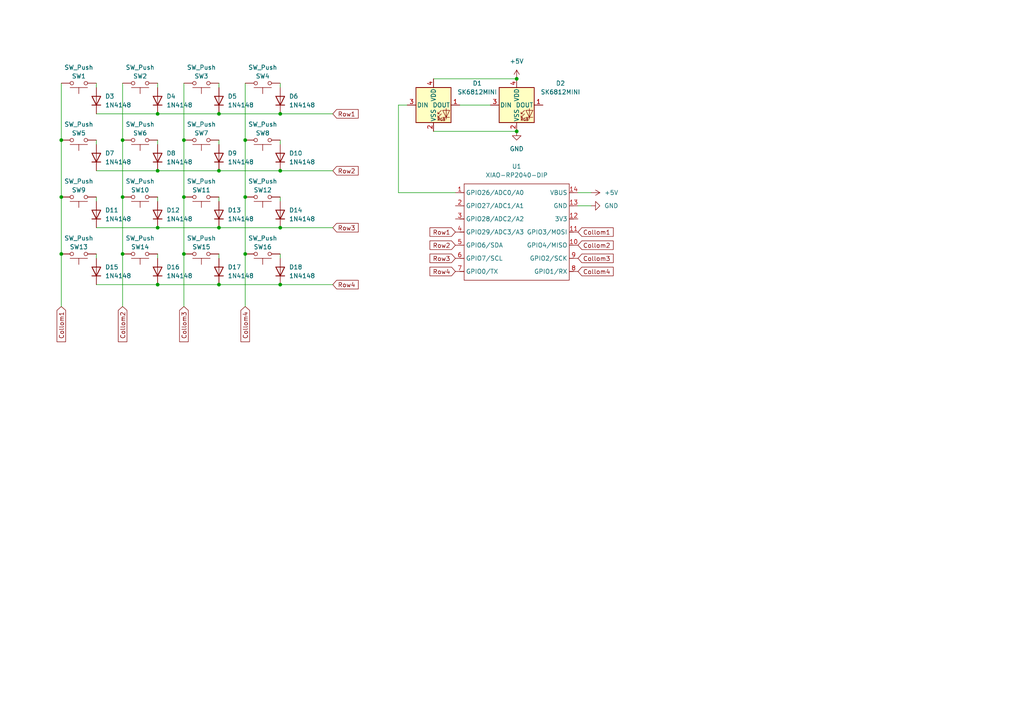
<source format=kicad_sch>
(kicad_sch
	(version 20231120)
	(generator "eeschema")
	(generator_version "8.0")
	(uuid "109e0b9d-1900-4835-8a5a-88763079f9a7")
	(paper "A4")
	(lib_symbols
		(symbol "Diode:1N4148"
			(pin_numbers hide)
			(pin_names hide)
			(exclude_from_sim no)
			(in_bom yes)
			(on_board yes)
			(property "Reference" "D"
				(at 0 2.54 0)
				(effects
					(font
						(size 1.27 1.27)
					)
				)
			)
			(property "Value" "1N4148"
				(at 0 -2.54 0)
				(effects
					(font
						(size 1.27 1.27)
					)
				)
			)
			(property "Footprint" "Diode_THT:D_DO-35_SOD27_P7.62mm_Horizontal"
				(at 0 0 0)
				(effects
					(font
						(size 1.27 1.27)
					)
					(hide yes)
				)
			)
			(property "Datasheet" "https://assets.nexperia.com/documents/data-sheet/1N4148_1N4448.pdf"
				(at 0 0 0)
				(effects
					(font
						(size 1.27 1.27)
					)
					(hide yes)
				)
			)
			(property "Description" "100V 0.15A standard switching diode, DO-35"
				(at 0 0 0)
				(effects
					(font
						(size 1.27 1.27)
					)
					(hide yes)
				)
			)
			(property "Sim.Device" "D"
				(at 0 0 0)
				(effects
					(font
						(size 1.27 1.27)
					)
					(hide yes)
				)
			)
			(property "Sim.Pins" "1=K 2=A"
				(at 0 0 0)
				(effects
					(font
						(size 1.27 1.27)
					)
					(hide yes)
				)
			)
			(property "ki_keywords" "diode"
				(at 0 0 0)
				(effects
					(font
						(size 1.27 1.27)
					)
					(hide yes)
				)
			)
			(property "ki_fp_filters" "D*DO?35*"
				(at 0 0 0)
				(effects
					(font
						(size 1.27 1.27)
					)
					(hide yes)
				)
			)
			(symbol "1N4148_0_1"
				(polyline
					(pts
						(xy -1.27 1.27) (xy -1.27 -1.27)
					)
					(stroke
						(width 0.254)
						(type default)
					)
					(fill
						(type none)
					)
				)
				(polyline
					(pts
						(xy 1.27 0) (xy -1.27 0)
					)
					(stroke
						(width 0)
						(type default)
					)
					(fill
						(type none)
					)
				)
				(polyline
					(pts
						(xy 1.27 1.27) (xy 1.27 -1.27) (xy -1.27 0) (xy 1.27 1.27)
					)
					(stroke
						(width 0.254)
						(type default)
					)
					(fill
						(type none)
					)
				)
			)
			(symbol "1N4148_1_1"
				(pin passive line
					(at -3.81 0 0)
					(length 2.54)
					(name "K"
						(effects
							(font
								(size 1.27 1.27)
							)
						)
					)
					(number "1"
						(effects
							(font
								(size 1.27 1.27)
							)
						)
					)
				)
				(pin passive line
					(at 3.81 0 180)
					(length 2.54)
					(name "A"
						(effects
							(font
								(size 1.27 1.27)
							)
						)
					)
					(number "2"
						(effects
							(font
								(size 1.27 1.27)
							)
						)
					)
				)
			)
		)
		(symbol "LED:SK6812MINI"
			(pin_names
				(offset 0.254)
			)
			(exclude_from_sim no)
			(in_bom yes)
			(on_board yes)
			(property "Reference" "D"
				(at 5.08 5.715 0)
				(effects
					(font
						(size 1.27 1.27)
					)
					(justify right bottom)
				)
			)
			(property "Value" "SK6812MINI"
				(at 1.27 -5.715 0)
				(effects
					(font
						(size 1.27 1.27)
					)
					(justify left top)
				)
			)
			(property "Footprint" "LED_SMD:LED_SK6812MINI_PLCC4_3.5x3.5mm_P1.75mm"
				(at 1.27 -7.62 0)
				(effects
					(font
						(size 1.27 1.27)
					)
					(justify left top)
					(hide yes)
				)
			)
			(property "Datasheet" "https://cdn-shop.adafruit.com/product-files/2686/SK6812MINI_REV.01-1-2.pdf"
				(at 2.54 -9.525 0)
				(effects
					(font
						(size 1.27 1.27)
					)
					(justify left top)
					(hide yes)
				)
			)
			(property "Description" "RGB LED with integrated controller"
				(at 0 0 0)
				(effects
					(font
						(size 1.27 1.27)
					)
					(hide yes)
				)
			)
			(property "ki_keywords" "RGB LED NeoPixel Mini addressable"
				(at 0 0 0)
				(effects
					(font
						(size 1.27 1.27)
					)
					(hide yes)
				)
			)
			(property "ki_fp_filters" "LED*SK6812MINI*PLCC*3.5x3.5mm*P1.75mm*"
				(at 0 0 0)
				(effects
					(font
						(size 1.27 1.27)
					)
					(hide yes)
				)
			)
			(symbol "SK6812MINI_0_0"
				(text "RGB"
					(at 2.286 -4.191 0)
					(effects
						(font
							(size 0.762 0.762)
						)
					)
				)
			)
			(symbol "SK6812MINI_0_1"
				(polyline
					(pts
						(xy 1.27 -3.556) (xy 1.778 -3.556)
					)
					(stroke
						(width 0)
						(type default)
					)
					(fill
						(type none)
					)
				)
				(polyline
					(pts
						(xy 1.27 -2.54) (xy 1.778 -2.54)
					)
					(stroke
						(width 0)
						(type default)
					)
					(fill
						(type none)
					)
				)
				(polyline
					(pts
						(xy 4.699 -3.556) (xy 2.667 -3.556)
					)
					(stroke
						(width 0)
						(type default)
					)
					(fill
						(type none)
					)
				)
				(polyline
					(pts
						(xy 2.286 -2.54) (xy 1.27 -3.556) (xy 1.27 -3.048)
					)
					(stroke
						(width 0)
						(type default)
					)
					(fill
						(type none)
					)
				)
				(polyline
					(pts
						(xy 2.286 -1.524) (xy 1.27 -2.54) (xy 1.27 -2.032)
					)
					(stroke
						(width 0)
						(type default)
					)
					(fill
						(type none)
					)
				)
				(polyline
					(pts
						(xy 3.683 -1.016) (xy 3.683 -3.556) (xy 3.683 -4.064)
					)
					(stroke
						(width 0)
						(type default)
					)
					(fill
						(type none)
					)
				)
				(polyline
					(pts
						(xy 4.699 -1.524) (xy 2.667 -1.524) (xy 3.683 -3.556) (xy 4.699 -1.524)
					)
					(stroke
						(width 0)
						(type default)
					)
					(fill
						(type none)
					)
				)
				(rectangle
					(start 5.08 5.08)
					(end -5.08 -5.08)
					(stroke
						(width 0.254)
						(type default)
					)
					(fill
						(type background)
					)
				)
			)
			(symbol "SK6812MINI_1_1"
				(pin output line
					(at 7.62 0 180)
					(length 2.54)
					(name "DOUT"
						(effects
							(font
								(size 1.27 1.27)
							)
						)
					)
					(number "1"
						(effects
							(font
								(size 1.27 1.27)
							)
						)
					)
				)
				(pin power_in line
					(at 0 -7.62 90)
					(length 2.54)
					(name "VSS"
						(effects
							(font
								(size 1.27 1.27)
							)
						)
					)
					(number "2"
						(effects
							(font
								(size 1.27 1.27)
							)
						)
					)
				)
				(pin input line
					(at -7.62 0 0)
					(length 2.54)
					(name "DIN"
						(effects
							(font
								(size 1.27 1.27)
							)
						)
					)
					(number "3"
						(effects
							(font
								(size 1.27 1.27)
							)
						)
					)
				)
				(pin power_in line
					(at 0 7.62 270)
					(length 2.54)
					(name "VDD"
						(effects
							(font
								(size 1.27 1.27)
							)
						)
					)
					(number "4"
						(effects
							(font
								(size 1.27 1.27)
							)
						)
					)
				)
			)
		)
		(symbol "OPL:XIAO-RP2040-DIP"
			(exclude_from_sim no)
			(in_bom yes)
			(on_board yes)
			(property "Reference" "U"
				(at 0 0 0)
				(effects
					(font
						(size 1.27 1.27)
					)
				)
			)
			(property "Value" "XIAO-RP2040-DIP"
				(at 5.334 -1.778 0)
				(effects
					(font
						(size 1.27 1.27)
					)
				)
			)
			(property "Footprint" "Module:MOUDLE14P-XIAO-DIP-SMD"
				(at 14.478 -32.258 0)
				(effects
					(font
						(size 1.27 1.27)
					)
					(hide yes)
				)
			)
			(property "Datasheet" ""
				(at 0 0 0)
				(effects
					(font
						(size 1.27 1.27)
					)
					(hide yes)
				)
			)
			(property "Description" ""
				(at 0 0 0)
				(effects
					(font
						(size 1.27 1.27)
					)
					(hide yes)
				)
			)
			(symbol "XIAO-RP2040-DIP_1_0"
				(polyline
					(pts
						(xy -1.27 -30.48) (xy -1.27 -16.51)
					)
					(stroke
						(width 0.1524)
						(type solid)
					)
					(fill
						(type none)
					)
				)
				(polyline
					(pts
						(xy -1.27 -27.94) (xy -2.54 -27.94)
					)
					(stroke
						(width 0.1524)
						(type solid)
					)
					(fill
						(type none)
					)
				)
				(polyline
					(pts
						(xy -1.27 -24.13) (xy -2.54 -24.13)
					)
					(stroke
						(width 0.1524)
						(type solid)
					)
					(fill
						(type none)
					)
				)
				(polyline
					(pts
						(xy -1.27 -20.32) (xy -2.54 -20.32)
					)
					(stroke
						(width 0.1524)
						(type solid)
					)
					(fill
						(type none)
					)
				)
				(polyline
					(pts
						(xy -1.27 -16.51) (xy -2.54 -16.51)
					)
					(stroke
						(width 0.1524)
						(type solid)
					)
					(fill
						(type none)
					)
				)
				(polyline
					(pts
						(xy -1.27 -16.51) (xy -1.27 -12.7)
					)
					(stroke
						(width 0.1524)
						(type solid)
					)
					(fill
						(type none)
					)
				)
				(polyline
					(pts
						(xy -1.27 -12.7) (xy -2.54 -12.7)
					)
					(stroke
						(width 0.1524)
						(type solid)
					)
					(fill
						(type none)
					)
				)
				(polyline
					(pts
						(xy -1.27 -12.7) (xy -1.27 -8.89)
					)
					(stroke
						(width 0.1524)
						(type solid)
					)
					(fill
						(type none)
					)
				)
				(polyline
					(pts
						(xy -1.27 -8.89) (xy -2.54 -8.89)
					)
					(stroke
						(width 0.1524)
						(type solid)
					)
					(fill
						(type none)
					)
				)
				(polyline
					(pts
						(xy -1.27 -8.89) (xy -1.27 -5.08)
					)
					(stroke
						(width 0.1524)
						(type solid)
					)
					(fill
						(type none)
					)
				)
				(polyline
					(pts
						(xy -1.27 -5.08) (xy -2.54 -5.08)
					)
					(stroke
						(width 0.1524)
						(type solid)
					)
					(fill
						(type none)
					)
				)
				(polyline
					(pts
						(xy -1.27 -5.08) (xy -1.27 -2.54)
					)
					(stroke
						(width 0.1524)
						(type solid)
					)
					(fill
						(type none)
					)
				)
				(polyline
					(pts
						(xy -1.27 -2.54) (xy 29.21 -2.54)
					)
					(stroke
						(width 0.1524)
						(type solid)
					)
					(fill
						(type none)
					)
				)
				(polyline
					(pts
						(xy 29.21 -30.48) (xy -1.27 -30.48)
					)
					(stroke
						(width 0.1524)
						(type solid)
					)
					(fill
						(type none)
					)
				)
				(polyline
					(pts
						(xy 29.21 -12.7) (xy 29.21 -30.48)
					)
					(stroke
						(width 0.1524)
						(type solid)
					)
					(fill
						(type none)
					)
				)
				(polyline
					(pts
						(xy 29.21 -8.89) (xy 29.21 -12.7)
					)
					(stroke
						(width 0.1524)
						(type solid)
					)
					(fill
						(type none)
					)
				)
				(polyline
					(pts
						(xy 29.21 -5.08) (xy 29.21 -8.89)
					)
					(stroke
						(width 0.1524)
						(type solid)
					)
					(fill
						(type none)
					)
				)
				(polyline
					(pts
						(xy 29.21 -2.54) (xy 29.21 -5.08)
					)
					(stroke
						(width 0.1524)
						(type solid)
					)
					(fill
						(type none)
					)
				)
				(polyline
					(pts
						(xy 30.48 -27.94) (xy 29.21 -27.94)
					)
					(stroke
						(width 0.1524)
						(type solid)
					)
					(fill
						(type none)
					)
				)
				(polyline
					(pts
						(xy 30.48 -24.13) (xy 29.21 -24.13)
					)
					(stroke
						(width 0.1524)
						(type solid)
					)
					(fill
						(type none)
					)
				)
				(polyline
					(pts
						(xy 30.48 -20.32) (xy 29.21 -20.32)
					)
					(stroke
						(width 0.1524)
						(type solid)
					)
					(fill
						(type none)
					)
				)
				(polyline
					(pts
						(xy 30.48 -16.51) (xy 29.21 -16.51)
					)
					(stroke
						(width 0.1524)
						(type solid)
					)
					(fill
						(type none)
					)
				)
				(polyline
					(pts
						(xy 30.48 -12.7) (xy 29.21 -12.7)
					)
					(stroke
						(width 0.1524)
						(type solid)
					)
					(fill
						(type none)
					)
				)
				(polyline
					(pts
						(xy 30.48 -8.89) (xy 29.21 -8.89)
					)
					(stroke
						(width 0.1524)
						(type solid)
					)
					(fill
						(type none)
					)
				)
				(polyline
					(pts
						(xy 30.48 -5.08) (xy 29.21 -5.08)
					)
					(stroke
						(width 0.1524)
						(type solid)
					)
					(fill
						(type none)
					)
				)
				(pin passive line
					(at -3.81 -5.08 0)
					(length 2.54)
					(name "GPIO26/ADC0/A0"
						(effects
							(font
								(size 1.27 1.27)
							)
						)
					)
					(number "1"
						(effects
							(font
								(size 1.27 1.27)
							)
						)
					)
				)
				(pin passive line
					(at 31.75 -20.32 180)
					(length 2.54)
					(name "GPIO4/MISO"
						(effects
							(font
								(size 1.27 1.27)
							)
						)
					)
					(number "10"
						(effects
							(font
								(size 1.27 1.27)
							)
						)
					)
				)
				(pin passive line
					(at 31.75 -16.51 180)
					(length 2.54)
					(name "GPIO3/MOSI"
						(effects
							(font
								(size 1.27 1.27)
							)
						)
					)
					(number "11"
						(effects
							(font
								(size 1.27 1.27)
							)
						)
					)
				)
				(pin passive line
					(at 31.75 -12.7 180)
					(length 2.54)
					(name "3V3"
						(effects
							(font
								(size 1.27 1.27)
							)
						)
					)
					(number "12"
						(effects
							(font
								(size 1.27 1.27)
							)
						)
					)
				)
				(pin passive line
					(at 31.75 -8.89 180)
					(length 2.54)
					(name "GND"
						(effects
							(font
								(size 1.27 1.27)
							)
						)
					)
					(number "13"
						(effects
							(font
								(size 1.27 1.27)
							)
						)
					)
				)
				(pin passive line
					(at 31.75 -5.08 180)
					(length 2.54)
					(name "VBUS"
						(effects
							(font
								(size 1.27 1.27)
							)
						)
					)
					(number "14"
						(effects
							(font
								(size 1.27 1.27)
							)
						)
					)
				)
				(pin passive line
					(at -3.81 -8.89 0)
					(length 2.54)
					(name "GPIO27/ADC1/A1"
						(effects
							(font
								(size 1.27 1.27)
							)
						)
					)
					(number "2"
						(effects
							(font
								(size 1.27 1.27)
							)
						)
					)
				)
				(pin passive line
					(at -3.81 -12.7 0)
					(length 2.54)
					(name "GPIO28/ADC2/A2"
						(effects
							(font
								(size 1.27 1.27)
							)
						)
					)
					(number "3"
						(effects
							(font
								(size 1.27 1.27)
							)
						)
					)
				)
				(pin passive line
					(at -3.81 -16.51 0)
					(length 2.54)
					(name "GPIO29/ADC3/A3"
						(effects
							(font
								(size 1.27 1.27)
							)
						)
					)
					(number "4"
						(effects
							(font
								(size 1.27 1.27)
							)
						)
					)
				)
				(pin passive line
					(at -3.81 -20.32 0)
					(length 2.54)
					(name "GPIO6/SDA"
						(effects
							(font
								(size 1.27 1.27)
							)
						)
					)
					(number "5"
						(effects
							(font
								(size 1.27 1.27)
							)
						)
					)
				)
				(pin passive line
					(at -3.81 -24.13 0)
					(length 2.54)
					(name "GPIO7/SCL"
						(effects
							(font
								(size 1.27 1.27)
							)
						)
					)
					(number "6"
						(effects
							(font
								(size 1.27 1.27)
							)
						)
					)
				)
				(pin passive line
					(at -3.81 -27.94 0)
					(length 2.54)
					(name "GPIO0/TX"
						(effects
							(font
								(size 1.27 1.27)
							)
						)
					)
					(number "7"
						(effects
							(font
								(size 1.27 1.27)
							)
						)
					)
				)
				(pin passive line
					(at 31.75 -27.94 180)
					(length 2.54)
					(name "GPIO1/RX"
						(effects
							(font
								(size 1.27 1.27)
							)
						)
					)
					(number "8"
						(effects
							(font
								(size 1.27 1.27)
							)
						)
					)
				)
				(pin passive line
					(at 31.75 -24.13 180)
					(length 2.54)
					(name "GPIO2/SCK"
						(effects
							(font
								(size 1.27 1.27)
							)
						)
					)
					(number "9"
						(effects
							(font
								(size 1.27 1.27)
							)
						)
					)
				)
			)
		)
		(symbol "Switch:SW_Push"
			(pin_numbers hide)
			(pin_names
				(offset 1.016) hide)
			(exclude_from_sim no)
			(in_bom yes)
			(on_board yes)
			(property "Reference" "SW"
				(at 1.27 2.54 0)
				(effects
					(font
						(size 1.27 1.27)
					)
					(justify left)
				)
			)
			(property "Value" "SW_Push"
				(at 0 -1.524 0)
				(effects
					(font
						(size 1.27 1.27)
					)
				)
			)
			(property "Footprint" ""
				(at 0 5.08 0)
				(effects
					(font
						(size 1.27 1.27)
					)
					(hide yes)
				)
			)
			(property "Datasheet" "~"
				(at 0 5.08 0)
				(effects
					(font
						(size 1.27 1.27)
					)
					(hide yes)
				)
			)
			(property "Description" "Push button switch, generic, two pins"
				(at 0 0 0)
				(effects
					(font
						(size 1.27 1.27)
					)
					(hide yes)
				)
			)
			(property "ki_keywords" "switch normally-open pushbutton push-button"
				(at 0 0 0)
				(effects
					(font
						(size 1.27 1.27)
					)
					(hide yes)
				)
			)
			(symbol "SW_Push_0_1"
				(circle
					(center -2.032 0)
					(radius 0.508)
					(stroke
						(width 0)
						(type default)
					)
					(fill
						(type none)
					)
				)
				(polyline
					(pts
						(xy 0 1.27) (xy 0 3.048)
					)
					(stroke
						(width 0)
						(type default)
					)
					(fill
						(type none)
					)
				)
				(polyline
					(pts
						(xy 2.54 1.27) (xy -2.54 1.27)
					)
					(stroke
						(width 0)
						(type default)
					)
					(fill
						(type none)
					)
				)
				(circle
					(center 2.032 0)
					(radius 0.508)
					(stroke
						(width 0)
						(type default)
					)
					(fill
						(type none)
					)
				)
				(pin passive line
					(at -5.08 0 0)
					(length 2.54)
					(name "1"
						(effects
							(font
								(size 1.27 1.27)
							)
						)
					)
					(number "1"
						(effects
							(font
								(size 1.27 1.27)
							)
						)
					)
				)
				(pin passive line
					(at 5.08 0 180)
					(length 2.54)
					(name "2"
						(effects
							(font
								(size 1.27 1.27)
							)
						)
					)
					(number "2"
						(effects
							(font
								(size 1.27 1.27)
							)
						)
					)
				)
			)
		)
		(symbol "power:+5V"
			(power)
			(pin_numbers hide)
			(pin_names
				(offset 0) hide)
			(exclude_from_sim no)
			(in_bom yes)
			(on_board yes)
			(property "Reference" "#PWR"
				(at 0 -3.81 0)
				(effects
					(font
						(size 1.27 1.27)
					)
					(hide yes)
				)
			)
			(property "Value" "+5V"
				(at 0 3.556 0)
				(effects
					(font
						(size 1.27 1.27)
					)
				)
			)
			(property "Footprint" ""
				(at 0 0 0)
				(effects
					(font
						(size 1.27 1.27)
					)
					(hide yes)
				)
			)
			(property "Datasheet" ""
				(at 0 0 0)
				(effects
					(font
						(size 1.27 1.27)
					)
					(hide yes)
				)
			)
			(property "Description" "Power symbol creates a global label with name \"+5V\""
				(at 0 0 0)
				(effects
					(font
						(size 1.27 1.27)
					)
					(hide yes)
				)
			)
			(property "ki_keywords" "global power"
				(at 0 0 0)
				(effects
					(font
						(size 1.27 1.27)
					)
					(hide yes)
				)
			)
			(symbol "+5V_0_1"
				(polyline
					(pts
						(xy -0.762 1.27) (xy 0 2.54)
					)
					(stroke
						(width 0)
						(type default)
					)
					(fill
						(type none)
					)
				)
				(polyline
					(pts
						(xy 0 0) (xy 0 2.54)
					)
					(stroke
						(width 0)
						(type default)
					)
					(fill
						(type none)
					)
				)
				(polyline
					(pts
						(xy 0 2.54) (xy 0.762 1.27)
					)
					(stroke
						(width 0)
						(type default)
					)
					(fill
						(type none)
					)
				)
			)
			(symbol "+5V_1_1"
				(pin power_in line
					(at 0 0 90)
					(length 0)
					(name "~"
						(effects
							(font
								(size 1.27 1.27)
							)
						)
					)
					(number "1"
						(effects
							(font
								(size 1.27 1.27)
							)
						)
					)
				)
			)
		)
		(symbol "power:GND"
			(power)
			(pin_numbers hide)
			(pin_names
				(offset 0) hide)
			(exclude_from_sim no)
			(in_bom yes)
			(on_board yes)
			(property "Reference" "#PWR"
				(at 0 -6.35 0)
				(effects
					(font
						(size 1.27 1.27)
					)
					(hide yes)
				)
			)
			(property "Value" "GND"
				(at 0 -3.81 0)
				(effects
					(font
						(size 1.27 1.27)
					)
				)
			)
			(property "Footprint" ""
				(at 0 0 0)
				(effects
					(font
						(size 1.27 1.27)
					)
					(hide yes)
				)
			)
			(property "Datasheet" ""
				(at 0 0 0)
				(effects
					(font
						(size 1.27 1.27)
					)
					(hide yes)
				)
			)
			(property "Description" "Power symbol creates a global label with name \"GND\" , ground"
				(at 0 0 0)
				(effects
					(font
						(size 1.27 1.27)
					)
					(hide yes)
				)
			)
			(property "ki_keywords" "global power"
				(at 0 0 0)
				(effects
					(font
						(size 1.27 1.27)
					)
					(hide yes)
				)
			)
			(symbol "GND_0_1"
				(polyline
					(pts
						(xy 0 0) (xy 0 -1.27) (xy 1.27 -1.27) (xy 0 -2.54) (xy -1.27 -1.27) (xy 0 -1.27)
					)
					(stroke
						(width 0)
						(type default)
					)
					(fill
						(type none)
					)
				)
			)
			(symbol "GND_1_1"
				(pin power_in line
					(at 0 0 270)
					(length 0)
					(name "~"
						(effects
							(font
								(size 1.27 1.27)
							)
						)
					)
					(number "1"
						(effects
							(font
								(size 1.27 1.27)
							)
						)
					)
				)
			)
		)
	)
	(junction
		(at 45.72 33.02)
		(diameter 0)
		(color 0 0 0 0)
		(uuid "002597ec-c506-4ed8-b59e-0265ff1d0e59")
	)
	(junction
		(at 17.78 40.64)
		(diameter 0)
		(color 0 0 0 0)
		(uuid "07a4b821-72cb-418f-8c2b-f37493ffb805")
	)
	(junction
		(at 81.28 49.53)
		(diameter 0)
		(color 0 0 0 0)
		(uuid "085f4b00-601c-4cf6-901d-8605a65564a0")
	)
	(junction
		(at 53.34 73.66)
		(diameter 0)
		(color 0 0 0 0)
		(uuid "13e19e02-61ed-4337-b19e-d3c359858059")
	)
	(junction
		(at 53.34 40.64)
		(diameter 0)
		(color 0 0 0 0)
		(uuid "21d113af-b97f-4e83-bbeb-32aaf9cb6923")
	)
	(junction
		(at 63.5 66.04)
		(diameter 0)
		(color 0 0 0 0)
		(uuid "28f1f878-b512-4a54-b729-a2d7de31e517")
	)
	(junction
		(at 17.78 57.15)
		(diameter 0)
		(color 0 0 0 0)
		(uuid "2fe2b820-442c-4865-acbf-c75629251c83")
	)
	(junction
		(at 35.56 73.66)
		(diameter 0)
		(color 0 0 0 0)
		(uuid "317b8b14-67b3-4505-84e1-af97143fdef4")
	)
	(junction
		(at 45.72 49.53)
		(diameter 0)
		(color 0 0 0 0)
		(uuid "35e9eecf-b41c-4e54-a793-ee50c33ae4af")
	)
	(junction
		(at 35.56 57.15)
		(diameter 0)
		(color 0 0 0 0)
		(uuid "3c0768c3-4390-444a-b26b-651394c9f4df")
	)
	(junction
		(at 53.34 57.15)
		(diameter 0)
		(color 0 0 0 0)
		(uuid "3deea031-7374-40c5-9baa-79b10b3bbadb")
	)
	(junction
		(at 149.86 22.86)
		(diameter 0)
		(color 0 0 0 0)
		(uuid "45cfc049-0af1-4eb8-9f3f-1cbff2ac31df")
	)
	(junction
		(at 63.5 49.53)
		(diameter 0)
		(color 0 0 0 0)
		(uuid "49811541-89bf-4066-8459-674a21e6d422")
	)
	(junction
		(at 81.28 82.55)
		(diameter 0)
		(color 0 0 0 0)
		(uuid "51250c33-a09d-4fe2-a9d1-972a556145f2")
	)
	(junction
		(at 63.5 33.02)
		(diameter 0)
		(color 0 0 0 0)
		(uuid "714c85ac-3461-4cec-8dcb-17b2a6739766")
	)
	(junction
		(at 71.12 73.66)
		(diameter 0)
		(color 0 0 0 0)
		(uuid "7bb98e11-a2e5-4835-9d70-e05e98221470")
	)
	(junction
		(at 35.56 40.64)
		(diameter 0)
		(color 0 0 0 0)
		(uuid "7bc86445-a9d6-4d40-b80d-c4ab71015af6")
	)
	(junction
		(at 63.5 82.55)
		(diameter 0)
		(color 0 0 0 0)
		(uuid "95fdd763-9403-4803-aac8-2bfa3418f306")
	)
	(junction
		(at 71.12 57.15)
		(diameter 0)
		(color 0 0 0 0)
		(uuid "9e8c0575-6a5e-4a18-ae9d-7937af6e253f")
	)
	(junction
		(at 149.86 38.1)
		(diameter 0)
		(color 0 0 0 0)
		(uuid "a6339af7-7653-40b7-ab20-9543d308a641")
	)
	(junction
		(at 45.72 66.04)
		(diameter 0)
		(color 0 0 0 0)
		(uuid "c58f54d8-b489-44bd-b560-e0251d71fb76")
	)
	(junction
		(at 81.28 33.02)
		(diameter 0)
		(color 0 0 0 0)
		(uuid "c73153f7-0359-4441-8cca-148e3013481d")
	)
	(junction
		(at 17.78 73.66)
		(diameter 0)
		(color 0 0 0 0)
		(uuid "cef74a2a-649e-4a9d-8e44-415756f1f74c")
	)
	(junction
		(at 81.28 66.04)
		(diameter 0)
		(color 0 0 0 0)
		(uuid "cf2deda4-2d41-4e21-8749-0eb0912e60b6")
	)
	(junction
		(at 45.72 82.55)
		(diameter 0)
		(color 0 0 0 0)
		(uuid "d0eb9fe4-fc24-4fee-bed5-d9e3d9358610")
	)
	(junction
		(at 71.12 40.64)
		(diameter 0)
		(color 0 0 0 0)
		(uuid "e17085fb-2cc0-49fe-8b3e-5742e90ffbe8")
	)
	(wire
		(pts
			(xy 133.35 30.48) (xy 142.24 30.48)
		)
		(stroke
			(width 0)
			(type default)
		)
		(uuid "0232a4e8-99f8-4e2d-b698-5557f641780c")
	)
	(wire
		(pts
			(xy 115.57 55.88) (xy 132.08 55.88)
		)
		(stroke
			(width 0)
			(type default)
		)
		(uuid "06f19ae9-dd9f-4e46-862f-f8ecbcf40db4")
	)
	(wire
		(pts
			(xy 17.78 73.66) (xy 17.78 88.9)
		)
		(stroke
			(width 0)
			(type default)
		)
		(uuid "0d107607-8003-4954-880c-9f1be7d5cd0c")
	)
	(wire
		(pts
			(xy 81.28 57.15) (xy 81.28 58.42)
		)
		(stroke
			(width 0)
			(type default)
		)
		(uuid "181fd789-ce41-4681-bee9-d7d587fe7d43")
	)
	(wire
		(pts
			(xy 45.72 33.02) (xy 63.5 33.02)
		)
		(stroke
			(width 0)
			(type default)
		)
		(uuid "222937ff-e7bb-4816-b447-fc5e53b269f4")
	)
	(wire
		(pts
			(xy 53.34 40.64) (xy 53.34 57.15)
		)
		(stroke
			(width 0)
			(type default)
		)
		(uuid "23d50e73-184f-4a2b-848c-74ae4ba92489")
	)
	(wire
		(pts
			(xy 27.94 49.53) (xy 45.72 49.53)
		)
		(stroke
			(width 0)
			(type default)
		)
		(uuid "2db9b76b-a427-49ee-9582-4008141c9609")
	)
	(wire
		(pts
			(xy 27.94 82.55) (xy 45.72 82.55)
		)
		(stroke
			(width 0)
			(type default)
		)
		(uuid "34792ec0-9c4d-4617-b038-42b22edcedc3")
	)
	(wire
		(pts
			(xy 71.12 24.13) (xy 71.12 40.64)
		)
		(stroke
			(width 0)
			(type default)
		)
		(uuid "3518bebe-8482-47b3-b208-b51f2c768096")
	)
	(wire
		(pts
			(xy 63.5 82.55) (xy 81.28 82.55)
		)
		(stroke
			(width 0)
			(type default)
		)
		(uuid "3a744bba-334f-4572-92b3-bc42ceb668a0")
	)
	(wire
		(pts
			(xy 71.12 73.66) (xy 71.12 88.9)
		)
		(stroke
			(width 0)
			(type default)
		)
		(uuid "3b0426fe-8d9e-496f-acf3-50a63cf0c555")
	)
	(wire
		(pts
			(xy 125.73 38.1) (xy 149.86 38.1)
		)
		(stroke
			(width 0)
			(type default)
		)
		(uuid "3c1fe895-abbf-4559-a914-83dd6f2447a0")
	)
	(wire
		(pts
			(xy 115.57 30.48) (xy 115.57 55.88)
		)
		(stroke
			(width 0)
			(type default)
		)
		(uuid "3fc8bc1b-d9ba-4321-8349-bfcc56ce4280")
	)
	(wire
		(pts
			(xy 17.78 24.13) (xy 17.78 40.64)
		)
		(stroke
			(width 0)
			(type default)
		)
		(uuid "41e8a5b3-2228-4213-b359-bf396684e234")
	)
	(wire
		(pts
			(xy 125.73 22.86) (xy 149.86 22.86)
		)
		(stroke
			(width 0)
			(type default)
		)
		(uuid "43850aa8-724f-4b05-96b8-17edd8aaa091")
	)
	(wire
		(pts
			(xy 17.78 57.15) (xy 17.78 73.66)
		)
		(stroke
			(width 0)
			(type default)
		)
		(uuid "4ac6f996-b9cf-4171-83cf-5089db4dd743")
	)
	(wire
		(pts
			(xy 53.34 24.13) (xy 53.34 40.64)
		)
		(stroke
			(width 0)
			(type default)
		)
		(uuid "5046e5bf-f601-4f30-b18e-5a7325d964e6")
	)
	(wire
		(pts
			(xy 71.12 57.15) (xy 71.12 73.66)
		)
		(stroke
			(width 0)
			(type default)
		)
		(uuid "52ef593f-8df7-4e55-abef-77890928c419")
	)
	(wire
		(pts
			(xy 81.28 24.13) (xy 81.28 25.4)
		)
		(stroke
			(width 0)
			(type default)
		)
		(uuid "5a14e55a-6380-41d8-a307-7038f0a7e0b5")
	)
	(wire
		(pts
			(xy 35.56 73.66) (xy 35.56 88.9)
		)
		(stroke
			(width 0)
			(type default)
		)
		(uuid "5b5fbd5e-23b2-4899-9f0d-b5077116a341")
	)
	(wire
		(pts
			(xy 35.56 57.15) (xy 35.56 73.66)
		)
		(stroke
			(width 0)
			(type default)
		)
		(uuid "5e112117-c303-4dbe-8a9a-44f34e63be6c")
	)
	(wire
		(pts
			(xy 115.57 30.48) (xy 118.11 30.48)
		)
		(stroke
			(width 0)
			(type default)
		)
		(uuid "60be5a25-4752-416c-ab36-3f85d3f95d70")
	)
	(wire
		(pts
			(xy 27.94 24.13) (xy 27.94 25.4)
		)
		(stroke
			(width 0)
			(type default)
		)
		(uuid "63ba93e8-9c2f-4a41-b44f-6e2c111bf786")
	)
	(wire
		(pts
			(xy 35.56 40.64) (xy 35.56 57.15)
		)
		(stroke
			(width 0)
			(type default)
		)
		(uuid "7c664f47-4438-480b-a568-9430ec2fdd8a")
	)
	(wire
		(pts
			(xy 45.72 49.53) (xy 63.5 49.53)
		)
		(stroke
			(width 0)
			(type default)
		)
		(uuid "82c24e83-8c15-4f62-9e8c-bbd48433edd1")
	)
	(wire
		(pts
			(xy 27.94 57.15) (xy 27.94 58.42)
		)
		(stroke
			(width 0)
			(type default)
		)
		(uuid "8a06019b-c795-49d5-981e-166f89c3280b")
	)
	(wire
		(pts
			(xy 63.5 33.02) (xy 81.28 33.02)
		)
		(stroke
			(width 0)
			(type default)
		)
		(uuid "929385dc-355d-478c-a8a7-26df5130fe58")
	)
	(wire
		(pts
			(xy 63.5 66.04) (xy 81.28 66.04)
		)
		(stroke
			(width 0)
			(type default)
		)
		(uuid "93d7f80c-833b-4dd2-bf18-264ce5951eb7")
	)
	(wire
		(pts
			(xy 81.28 49.53) (xy 96.52 49.53)
		)
		(stroke
			(width 0)
			(type default)
		)
		(uuid "9440f063-6744-431c-8c01-58f971895e7a")
	)
	(wire
		(pts
			(xy 81.28 73.66) (xy 81.28 74.93)
		)
		(stroke
			(width 0)
			(type default)
		)
		(uuid "9b3f2545-89e9-4037-91e9-5e5af5ebb94c")
	)
	(wire
		(pts
			(xy 167.64 59.69) (xy 171.45 59.69)
		)
		(stroke
			(width 0)
			(type default)
		)
		(uuid "a8250fd7-c1b4-4632-a9f6-660b97499b39")
	)
	(wire
		(pts
			(xy 53.34 57.15) (xy 53.34 73.66)
		)
		(stroke
			(width 0)
			(type default)
		)
		(uuid "ab17968a-5dc3-43c8-98b1-c873209a2d42")
	)
	(wire
		(pts
			(xy 167.64 55.88) (xy 171.45 55.88)
		)
		(stroke
			(width 0)
			(type default)
		)
		(uuid "ae20c83b-665f-4df4-9f26-92307a819e88")
	)
	(wire
		(pts
			(xy 45.72 73.66) (xy 45.72 74.93)
		)
		(stroke
			(width 0)
			(type default)
		)
		(uuid "b26ae1d2-4a76-4198-a2b2-396c15bb530d")
	)
	(wire
		(pts
			(xy 27.94 40.64) (xy 27.94 41.91)
		)
		(stroke
			(width 0)
			(type default)
		)
		(uuid "b55efc40-912e-4680-8d75-de859c06417a")
	)
	(wire
		(pts
			(xy 63.5 73.66) (xy 63.5 74.93)
		)
		(stroke
			(width 0)
			(type default)
		)
		(uuid "b85442b0-e073-4204-821d-971f35da9063")
	)
	(wire
		(pts
			(xy 45.72 57.15) (xy 45.72 58.42)
		)
		(stroke
			(width 0)
			(type default)
		)
		(uuid "bbf60167-a1ac-4e46-b5b5-eb4b16b4313e")
	)
	(wire
		(pts
			(xy 63.5 40.64) (xy 63.5 41.91)
		)
		(stroke
			(width 0)
			(type default)
		)
		(uuid "be25f264-1cdd-4596-a7bf-7ef380f225ae")
	)
	(wire
		(pts
			(xy 45.72 66.04) (xy 63.5 66.04)
		)
		(stroke
			(width 0)
			(type default)
		)
		(uuid "c15a87eb-c1b9-4033-b996-b694aa6b9ff1")
	)
	(wire
		(pts
			(xy 27.94 33.02) (xy 45.72 33.02)
		)
		(stroke
			(width 0)
			(type default)
		)
		(uuid "c247e586-0ed1-4f03-9643-0a47b1753a73")
	)
	(wire
		(pts
			(xy 27.94 66.04) (xy 45.72 66.04)
		)
		(stroke
			(width 0)
			(type default)
		)
		(uuid "c59b68f0-11cf-498c-a03b-581fb99dc5a4")
	)
	(wire
		(pts
			(xy 81.28 66.04) (xy 96.52 66.04)
		)
		(stroke
			(width 0)
			(type default)
		)
		(uuid "c5f6f36e-94eb-4ed5-a4d6-374dcf931513")
	)
	(wire
		(pts
			(xy 63.5 24.13) (xy 63.5 25.4)
		)
		(stroke
			(width 0)
			(type default)
		)
		(uuid "c9d87068-60e3-4ead-afb9-aa6391dbd515")
	)
	(wire
		(pts
			(xy 63.5 57.15) (xy 63.5 58.42)
		)
		(stroke
			(width 0)
			(type default)
		)
		(uuid "d1e1f4f5-d10f-46d3-a28d-72beca58e6a2")
	)
	(wire
		(pts
			(xy 81.28 33.02) (xy 96.52 33.02)
		)
		(stroke
			(width 0)
			(type default)
		)
		(uuid "d9d73fdd-1a8b-4101-868f-009059807db4")
	)
	(wire
		(pts
			(xy 81.28 40.64) (xy 81.28 41.91)
		)
		(stroke
			(width 0)
			(type default)
		)
		(uuid "de5d4104-c226-4dd8-af01-7e06f3d02c34")
	)
	(wire
		(pts
			(xy 81.28 82.55) (xy 96.52 82.55)
		)
		(stroke
			(width 0)
			(type default)
		)
		(uuid "ded471f1-70cc-4bd3-85dd-397c69b38fec")
	)
	(wire
		(pts
			(xy 45.72 24.13) (xy 45.72 25.4)
		)
		(stroke
			(width 0)
			(type default)
		)
		(uuid "def63335-5b64-4bcf-84db-0f9b1ded5543")
	)
	(wire
		(pts
			(xy 17.78 40.64) (xy 17.78 57.15)
		)
		(stroke
			(width 0)
			(type default)
		)
		(uuid "e50109e7-e574-49a5-b0e3-6578167ebe4b")
	)
	(wire
		(pts
			(xy 53.34 73.66) (xy 53.34 88.9)
		)
		(stroke
			(width 0)
			(type default)
		)
		(uuid "e9daae71-4304-4229-a2e2-5f8d2ded5a1f")
	)
	(wire
		(pts
			(xy 35.56 24.13) (xy 35.56 40.64)
		)
		(stroke
			(width 0)
			(type default)
		)
		(uuid "f09b81fc-73b7-4607-970f-dda4e945c080")
	)
	(wire
		(pts
			(xy 63.5 49.53) (xy 81.28 49.53)
		)
		(stroke
			(width 0)
			(type default)
		)
		(uuid "f3935e44-db33-4f2c-a741-9432c339180a")
	)
	(wire
		(pts
			(xy 27.94 73.66) (xy 27.94 74.93)
		)
		(stroke
			(width 0)
			(type default)
		)
		(uuid "f3b33de1-ed82-4dd4-b5a3-039807d9a8d3")
	)
	(wire
		(pts
			(xy 45.72 40.64) (xy 45.72 41.91)
		)
		(stroke
			(width 0)
			(type default)
		)
		(uuid "f44e7647-f6af-4c3b-88c1-c3394f41d29d")
	)
	(wire
		(pts
			(xy 45.72 82.55) (xy 63.5 82.55)
		)
		(stroke
			(width 0)
			(type default)
		)
		(uuid "f9faf041-4a36-4622-8307-86824f4126a3")
	)
	(wire
		(pts
			(xy 71.12 40.64) (xy 71.12 57.15)
		)
		(stroke
			(width 0)
			(type default)
		)
		(uuid "fecbb218-ebe6-4d3e-bd21-b785f9bb9031")
	)
	(global_label "Collom4"
		(shape input)
		(at 71.12 88.9 270)
		(fields_autoplaced yes)
		(effects
			(font
				(size 1.27 1.27)
			)
			(justify right)
		)
		(uuid "1de70f4d-c9fd-4fae-b3a5-1af36bdee4ee")
		(property "Intersheetrefs" "${INTERSHEET_REFS}"
			(at 71.12 99.6864 90)
			(effects
				(font
					(size 1.27 1.27)
				)
				(justify right)
				(hide yes)
			)
		)
	)
	(global_label "Row2"
		(shape input)
		(at 132.08 71.12 180)
		(fields_autoplaced yes)
		(effects
			(font
				(size 1.27 1.27)
			)
			(justify right)
		)
		(uuid "225e1bcc-6e72-40ff-88e1-01934049cbb3")
		(property "Intersheetrefs" "${INTERSHEET_REFS}"
			(at 124.1358 71.12 0)
			(effects
				(font
					(size 1.27 1.27)
				)
				(justify right)
				(hide yes)
			)
		)
	)
	(global_label "Row4"
		(shape input)
		(at 132.08 78.74 180)
		(fields_autoplaced yes)
		(effects
			(font
				(size 1.27 1.27)
			)
			(justify right)
		)
		(uuid "395e3f67-d6bc-42a8-96b1-72c0f973a795")
		(property "Intersheetrefs" "${INTERSHEET_REFS}"
			(at 124.1358 78.74 0)
			(effects
				(font
					(size 1.27 1.27)
				)
				(justify right)
				(hide yes)
			)
		)
	)
	(global_label "Row1"
		(shape input)
		(at 96.52 33.02 0)
		(fields_autoplaced yes)
		(effects
			(font
				(size 1.27 1.27)
			)
			(justify left)
		)
		(uuid "3c42bf56-311d-4f31-a05b-3ffd21748b53")
		(property "Intersheetrefs" "${INTERSHEET_REFS}"
			(at 104.4642 33.02 0)
			(effects
				(font
					(size 1.27 1.27)
				)
				(justify left)
				(hide yes)
			)
		)
	)
	(global_label "Collom3"
		(shape input)
		(at 167.64 74.93 0)
		(fields_autoplaced yes)
		(effects
			(font
				(size 1.27 1.27)
			)
			(justify left)
		)
		(uuid "54aff04d-a552-489a-9954-7f398cae740c")
		(property "Intersheetrefs" "${INTERSHEET_REFS}"
			(at 178.4264 74.93 0)
			(effects
				(font
					(size 1.27 1.27)
				)
				(justify left)
				(hide yes)
			)
		)
	)
	(global_label "Collom2"
		(shape input)
		(at 35.56 88.9 270)
		(fields_autoplaced yes)
		(effects
			(font
				(size 1.27 1.27)
			)
			(justify right)
		)
		(uuid "6545a95f-33d9-4437-8a95-6d6a78ef2928")
		(property "Intersheetrefs" "${INTERSHEET_REFS}"
			(at 35.56 99.6864 90)
			(effects
				(font
					(size 1.27 1.27)
				)
				(justify right)
				(hide yes)
			)
		)
	)
	(global_label "Collom3"
		(shape input)
		(at 53.34 88.9 270)
		(fields_autoplaced yes)
		(effects
			(font
				(size 1.27 1.27)
			)
			(justify right)
		)
		(uuid "8386b801-026c-4831-8c99-b6427450b874")
		(property "Intersheetrefs" "${INTERSHEET_REFS}"
			(at 53.34 99.6864 90)
			(effects
				(font
					(size 1.27 1.27)
				)
				(justify right)
				(hide yes)
			)
		)
	)
	(global_label "Collom1"
		(shape input)
		(at 17.78 88.9 270)
		(fields_autoplaced yes)
		(effects
			(font
				(size 1.27 1.27)
			)
			(justify right)
		)
		(uuid "85321cc6-6ba3-4d68-ab71-83bd8eec7234")
		(property "Intersheetrefs" "${INTERSHEET_REFS}"
			(at 17.78 99.6864 90)
			(effects
				(font
					(size 1.27 1.27)
				)
				(justify right)
				(hide yes)
			)
		)
	)
	(global_label "Row3"
		(shape input)
		(at 132.08 74.93 180)
		(fields_autoplaced yes)
		(effects
			(font
				(size 1.27 1.27)
			)
			(justify right)
		)
		(uuid "88aff2eb-1204-42e7-80ba-7907e1605ece")
		(property "Intersheetrefs" "${INTERSHEET_REFS}"
			(at 124.1358 74.93 0)
			(effects
				(font
					(size 1.27 1.27)
				)
				(justify right)
				(hide yes)
			)
		)
	)
	(global_label "Row3"
		(shape input)
		(at 96.52 66.04 0)
		(fields_autoplaced yes)
		(effects
			(font
				(size 1.27 1.27)
			)
			(justify left)
		)
		(uuid "8d9cb60c-30f1-41e4-8b9c-ae93d5761622")
		(property "Intersheetrefs" "${INTERSHEET_REFS}"
			(at 104.4642 66.04 0)
			(effects
				(font
					(size 1.27 1.27)
				)
				(justify left)
				(hide yes)
			)
		)
	)
	(global_label "Collom2"
		(shape input)
		(at 167.64 71.12 0)
		(fields_autoplaced yes)
		(effects
			(font
				(size 1.27 1.27)
			)
			(justify left)
		)
		(uuid "96e29620-6239-4771-977e-29f93ee76af5")
		(property "Intersheetrefs" "${INTERSHEET_REFS}"
			(at 178.4264 71.12 0)
			(effects
				(font
					(size 1.27 1.27)
				)
				(justify left)
				(hide yes)
			)
		)
	)
	(global_label "Row2"
		(shape input)
		(at 96.52 49.53 0)
		(fields_autoplaced yes)
		(effects
			(font
				(size 1.27 1.27)
			)
			(justify left)
		)
		(uuid "9fd6ef0f-5fca-4fba-ae48-0befe82e7f02")
		(property "Intersheetrefs" "${INTERSHEET_REFS}"
			(at 104.4642 49.53 0)
			(effects
				(font
					(size 1.27 1.27)
				)
				(justify left)
				(hide yes)
			)
		)
	)
	(global_label "Row1"
		(shape input)
		(at 132.08 67.31 180)
		(fields_autoplaced yes)
		(effects
			(font
				(size 1.27 1.27)
			)
			(justify right)
		)
		(uuid "b0cb3889-86f3-49d4-b1e1-69feaf3d7dc5")
		(property "Intersheetrefs" "${INTERSHEET_REFS}"
			(at 124.1358 67.31 0)
			(effects
				(font
					(size 1.27 1.27)
				)
				(justify right)
				(hide yes)
			)
		)
	)
	(global_label "Collom4"
		(shape input)
		(at 167.64 78.74 0)
		(fields_autoplaced yes)
		(effects
			(font
				(size 1.27 1.27)
			)
			(justify left)
		)
		(uuid "ba893869-c198-49e0-ac66-0ccd947f7ace")
		(property "Intersheetrefs" "${INTERSHEET_REFS}"
			(at 178.4264 78.74 0)
			(effects
				(font
					(size 1.27 1.27)
				)
				(justify left)
				(hide yes)
			)
		)
	)
	(global_label "Row4"
		(shape input)
		(at 96.52 82.55 0)
		(fields_autoplaced yes)
		(effects
			(font
				(size 1.27 1.27)
			)
			(justify left)
		)
		(uuid "f8d39d45-ec44-49a1-9d62-dae746487076")
		(property "Intersheetrefs" "${INTERSHEET_REFS}"
			(at 104.4642 82.55 0)
			(effects
				(font
					(size 1.27 1.27)
				)
				(justify left)
				(hide yes)
			)
		)
	)
	(global_label "Collom1"
		(shape input)
		(at 167.64 67.31 0)
		(fields_autoplaced yes)
		(effects
			(font
				(size 1.27 1.27)
			)
			(justify left)
		)
		(uuid "fe15853c-2e72-42fc-824d-9731d02ad7cb")
		(property "Intersheetrefs" "${INTERSHEET_REFS}"
			(at 178.4264 67.31 0)
			(effects
				(font
					(size 1.27 1.27)
				)
				(justify left)
				(hide yes)
			)
		)
		(property "Netclass" ""
			(at 167.64 69.5008 0)
			(effects
				(font
					(size 1.27 1.27)
				)
				(justify left)
				(hide yes)
			)
		)
	)
	(symbol
		(lib_id "Diode:1N4148")
		(at 63.5 45.72 90)
		(unit 1)
		(exclude_from_sim no)
		(in_bom yes)
		(on_board yes)
		(dnp no)
		(fields_autoplaced yes)
		(uuid "06ed9800-a42d-4149-a29e-e666ab9c5b73")
		(property "Reference" "D9"
			(at 66.04 44.4499 90)
			(effects
				(font
					(size 1.27 1.27)
				)
				(justify right)
			)
		)
		(property "Value" "1N4148"
			(at 66.04 46.9899 90)
			(effects
				(font
					(size 1.27 1.27)
				)
				(justify right)
			)
		)
		(property "Footprint" "Diode_THT:D_DO-35_SOD27_P7.62mm_Horizontal"
			(at 63.5 45.72 0)
			(effects
				(font
					(size 1.27 1.27)
				)
				(hide yes)
			)
		)
		(property "Datasheet" "https://assets.nexperia.com/documents/data-sheet/1N4148_1N4448.pdf"
			(at 63.5 45.72 0)
			(effects
				(font
					(size 1.27 1.27)
				)
				(hide yes)
			)
		)
		(property "Description" "100V 0.15A standard switching diode, DO-35"
			(at 63.5 45.72 0)
			(effects
				(font
					(size 1.27 1.27)
				)
				(hide yes)
			)
		)
		(property "Sim.Device" "D"
			(at 63.5 45.72 0)
			(effects
				(font
					(size 1.27 1.27)
				)
				(hide yes)
			)
		)
		(property "Sim.Pins" "1=K 2=A"
			(at 63.5 45.72 0)
			(effects
				(font
					(size 1.27 1.27)
				)
				(hide yes)
			)
		)
		(pin "2"
			(uuid "cb582731-58a1-45ce-beb7-68b2e2e1dada")
		)
		(pin "1"
			(uuid "803bec9d-9658-4df1-b6bc-f4ce449ebb76")
		)
		(instances
			(project "macropad"
				(path "/109e0b9d-1900-4835-8a5a-88763079f9a7"
					(reference "D9")
					(unit 1)
				)
			)
		)
	)
	(symbol
		(lib_id "Switch:SW_Push")
		(at 40.64 24.13 180)
		(unit 1)
		(exclude_from_sim no)
		(in_bom yes)
		(on_board yes)
		(dnp no)
		(uuid "09047590-dda4-4b81-ba4a-f515f5943004")
		(property "Reference" "SW2"
			(at 40.64 22.098 0)
			(effects
				(font
					(size 1.27 1.27)
				)
			)
		)
		(property "Value" "SW_Push"
			(at 40.64 19.558 0)
			(effects
				(font
					(size 1.27 1.27)
				)
			)
		)
		(property "Footprint" "Button_Switch_Keyboard:SW_Cherry_MX_1.00u_PCB"
			(at 40.64 29.21 0)
			(effects
				(font
					(size 1.27 1.27)
				)
				(hide yes)
			)
		)
		(property "Datasheet" "~"
			(at 40.64 29.21 0)
			(effects
				(font
					(size 1.27 1.27)
				)
				(hide yes)
			)
		)
		(property "Description" "Push button switch, generic, two pins"
			(at 40.64 24.13 0)
			(effects
				(font
					(size 1.27 1.27)
				)
				(hide yes)
			)
		)
		(pin "2"
			(uuid "49436ab1-593c-42d7-affd-fd02d8dd7ea9")
		)
		(pin "1"
			(uuid "d2c1a3f2-e189-47e4-bc15-333c48d26eb5")
		)
		(instances
			(project "macropad"
				(path "/109e0b9d-1900-4835-8a5a-88763079f9a7"
					(reference "SW2")
					(unit 1)
				)
			)
		)
	)
	(symbol
		(lib_id "Diode:1N4148")
		(at 81.28 62.23 90)
		(unit 1)
		(exclude_from_sim no)
		(in_bom yes)
		(on_board yes)
		(dnp no)
		(fields_autoplaced yes)
		(uuid "123ed133-e9e4-4862-aa1e-100804086668")
		(property "Reference" "D14"
			(at 83.82 60.9599 90)
			(effects
				(font
					(size 1.27 1.27)
				)
				(justify right)
			)
		)
		(property "Value" "1N4148"
			(at 83.82 63.4999 90)
			(effects
				(font
					(size 1.27 1.27)
				)
				(justify right)
			)
		)
		(property "Footprint" "Diode_THT:D_DO-35_SOD27_P7.62mm_Horizontal"
			(at 81.28 62.23 0)
			(effects
				(font
					(size 1.27 1.27)
				)
				(hide yes)
			)
		)
		(property "Datasheet" "https://assets.nexperia.com/documents/data-sheet/1N4148_1N4448.pdf"
			(at 81.28 62.23 0)
			(effects
				(font
					(size 1.27 1.27)
				)
				(hide yes)
			)
		)
		(property "Description" "100V 0.15A standard switching diode, DO-35"
			(at 81.28 62.23 0)
			(effects
				(font
					(size 1.27 1.27)
				)
				(hide yes)
			)
		)
		(property "Sim.Device" "D"
			(at 81.28 62.23 0)
			(effects
				(font
					(size 1.27 1.27)
				)
				(hide yes)
			)
		)
		(property "Sim.Pins" "1=K 2=A"
			(at 81.28 62.23 0)
			(effects
				(font
					(size 1.27 1.27)
				)
				(hide yes)
			)
		)
		(pin "2"
			(uuid "519a1899-b6fc-4ddf-ad97-04abfb70c288")
		)
		(pin "1"
			(uuid "bf502168-3e58-4bc8-9762-f5878cc59b7b")
		)
		(instances
			(project "macropad"
				(path "/109e0b9d-1900-4835-8a5a-88763079f9a7"
					(reference "D14")
					(unit 1)
				)
			)
		)
	)
	(symbol
		(lib_id "Diode:1N4148")
		(at 27.94 78.74 90)
		(unit 1)
		(exclude_from_sim no)
		(in_bom yes)
		(on_board yes)
		(dnp no)
		(fields_autoplaced yes)
		(uuid "18c7466b-f8f2-4265-a103-4136345b785b")
		(property "Reference" "D15"
			(at 30.48 77.4699 90)
			(effects
				(font
					(size 1.27 1.27)
				)
				(justify right)
			)
		)
		(property "Value" "1N4148"
			(at 30.48 80.0099 90)
			(effects
				(font
					(size 1.27 1.27)
				)
				(justify right)
			)
		)
		(property "Footprint" "Diode_THT:D_DO-35_SOD27_P7.62mm_Horizontal"
			(at 27.94 78.74 0)
			(effects
				(font
					(size 1.27 1.27)
				)
				(hide yes)
			)
		)
		(property "Datasheet" "https://assets.nexperia.com/documents/data-sheet/1N4148_1N4448.pdf"
			(at 27.94 78.74 0)
			(effects
				(font
					(size 1.27 1.27)
				)
				(hide yes)
			)
		)
		(property "Description" "100V 0.15A standard switching diode, DO-35"
			(at 27.94 78.74 0)
			(effects
				(font
					(size 1.27 1.27)
				)
				(hide yes)
			)
		)
		(property "Sim.Device" "D"
			(at 27.94 78.74 0)
			(effects
				(font
					(size 1.27 1.27)
				)
				(hide yes)
			)
		)
		(property "Sim.Pins" "1=K 2=A"
			(at 27.94 78.74 0)
			(effects
				(font
					(size 1.27 1.27)
				)
				(hide yes)
			)
		)
		(pin "2"
			(uuid "8bb40db6-60ba-4936-be64-298d3da791cb")
		)
		(pin "1"
			(uuid "2e2ea536-644b-4b94-a6ce-1413a8fc6d15")
		)
		(instances
			(project "macropad"
				(path "/109e0b9d-1900-4835-8a5a-88763079f9a7"
					(reference "D15")
					(unit 1)
				)
			)
		)
	)
	(symbol
		(lib_id "power:GND")
		(at 149.86 38.1 0)
		(unit 1)
		(exclude_from_sim no)
		(in_bom yes)
		(on_board yes)
		(dnp no)
		(fields_autoplaced yes)
		(uuid "18d2d793-60b5-4895-9ef4-1ad0409b86c3")
		(property "Reference" "#PWR05"
			(at 149.86 44.45 0)
			(effects
				(font
					(size 1.27 1.27)
				)
				(hide yes)
			)
		)
		(property "Value" "GND"
			(at 149.86 43.18 0)
			(effects
				(font
					(size 1.27 1.27)
				)
			)
		)
		(property "Footprint" ""
			(at 149.86 38.1 0)
			(effects
				(font
					(size 1.27 1.27)
				)
				(hide yes)
			)
		)
		(property "Datasheet" ""
			(at 149.86 38.1 0)
			(effects
				(font
					(size 1.27 1.27)
				)
				(hide yes)
			)
		)
		(property "Description" "Power symbol creates a global label with name \"GND\" , ground"
			(at 149.86 38.1 0)
			(effects
				(font
					(size 1.27 1.27)
				)
				(hide yes)
			)
		)
		(pin "1"
			(uuid "006b879b-ab06-4fc5-ac0d-de63cf471cae")
		)
		(instances
			(project ""
				(path "/109e0b9d-1900-4835-8a5a-88763079f9a7"
					(reference "#PWR05")
					(unit 1)
				)
			)
		)
	)
	(symbol
		(lib_id "power:GND")
		(at 171.45 59.69 90)
		(unit 1)
		(exclude_from_sim no)
		(in_bom yes)
		(on_board yes)
		(dnp no)
		(fields_autoplaced yes)
		(uuid "1abcbed5-4870-49ad-97c1-acc88cf57a4f")
		(property "Reference" "#PWR02"
			(at 177.8 59.69 0)
			(effects
				(font
					(size 1.27 1.27)
				)
				(hide yes)
			)
		)
		(property "Value" "GND"
			(at 175.26 59.6899 90)
			(effects
				(font
					(size 1.27 1.27)
				)
				(justify right)
			)
		)
		(property "Footprint" ""
			(at 171.45 59.69 0)
			(effects
				(font
					(size 1.27 1.27)
				)
				(hide yes)
			)
		)
		(property "Datasheet" ""
			(at 171.45 59.69 0)
			(effects
				(font
					(size 1.27 1.27)
				)
				(hide yes)
			)
		)
		(property "Description" "Power symbol creates a global label with name \"GND\" , ground"
			(at 171.45 59.69 0)
			(effects
				(font
					(size 1.27 1.27)
				)
				(hide yes)
			)
		)
		(pin "1"
			(uuid "cdc573fb-7741-41e9-9024-55826027c0c6")
		)
		(instances
			(project ""
				(path "/109e0b9d-1900-4835-8a5a-88763079f9a7"
					(reference "#PWR02")
					(unit 1)
				)
			)
		)
	)
	(symbol
		(lib_id "Switch:SW_Push")
		(at 40.64 40.64 180)
		(unit 1)
		(exclude_from_sim no)
		(in_bom yes)
		(on_board yes)
		(dnp no)
		(uuid "211e8455-b70f-42cf-b09e-e71c4a0d019a")
		(property "Reference" "SW6"
			(at 40.64 38.608 0)
			(effects
				(font
					(size 1.27 1.27)
				)
			)
		)
		(property "Value" "SW_Push"
			(at 40.64 36.068 0)
			(effects
				(font
					(size 1.27 1.27)
				)
			)
		)
		(property "Footprint" "Button_Switch_Keyboard:SW_Cherry_MX_1.00u_PCB"
			(at 40.64 45.72 0)
			(effects
				(font
					(size 1.27 1.27)
				)
				(hide yes)
			)
		)
		(property "Datasheet" "~"
			(at 40.64 45.72 0)
			(effects
				(font
					(size 1.27 1.27)
				)
				(hide yes)
			)
		)
		(property "Description" "Push button switch, generic, two pins"
			(at 40.64 40.64 0)
			(effects
				(font
					(size 1.27 1.27)
				)
				(hide yes)
			)
		)
		(pin "2"
			(uuid "349c3fde-50b6-4263-b4da-029204d04a77")
		)
		(pin "1"
			(uuid "9dc76cda-f036-473c-a3c3-2af212684714")
		)
		(instances
			(project "macropad"
				(path "/109e0b9d-1900-4835-8a5a-88763079f9a7"
					(reference "SW6")
					(unit 1)
				)
			)
		)
	)
	(symbol
		(lib_id "Switch:SW_Push")
		(at 76.2 73.66 180)
		(unit 1)
		(exclude_from_sim no)
		(in_bom yes)
		(on_board yes)
		(dnp no)
		(uuid "4274d478-9c5d-4320-a233-3a20896a9401")
		(property "Reference" "SW16"
			(at 76.2 71.628 0)
			(effects
				(font
					(size 1.27 1.27)
				)
			)
		)
		(property "Value" "SW_Push"
			(at 76.2 69.088 0)
			(effects
				(font
					(size 1.27 1.27)
				)
			)
		)
		(property "Footprint" "Button_Switch_Keyboard:SW_Cherry_MX_1.00u_PCB"
			(at 76.2 78.74 0)
			(effects
				(font
					(size 1.27 1.27)
				)
				(hide yes)
			)
		)
		(property "Datasheet" "~"
			(at 76.2 78.74 0)
			(effects
				(font
					(size 1.27 1.27)
				)
				(hide yes)
			)
		)
		(property "Description" "Push button switch, generic, two pins"
			(at 76.2 73.66 0)
			(effects
				(font
					(size 1.27 1.27)
				)
				(hide yes)
			)
		)
		(pin "2"
			(uuid "238109b3-9387-49ee-95c5-f9471bd695e3")
		)
		(pin "1"
			(uuid "0455f2b5-4878-4ac7-bb36-fd2a343f76c5")
		)
		(instances
			(project "macropad"
				(path "/109e0b9d-1900-4835-8a5a-88763079f9a7"
					(reference "SW16")
					(unit 1)
				)
			)
		)
	)
	(symbol
		(lib_id "Switch:SW_Push")
		(at 58.42 57.15 180)
		(unit 1)
		(exclude_from_sim no)
		(in_bom yes)
		(on_board yes)
		(dnp no)
		(uuid "4b376392-e988-4554-b83a-49342a8357bb")
		(property "Reference" "SW11"
			(at 58.42 55.118 0)
			(effects
				(font
					(size 1.27 1.27)
				)
			)
		)
		(property "Value" "SW_Push"
			(at 58.42 52.578 0)
			(effects
				(font
					(size 1.27 1.27)
				)
			)
		)
		(property "Footprint" "Button_Switch_Keyboard:SW_Cherry_MX_1.00u_PCB"
			(at 58.42 62.23 0)
			(effects
				(font
					(size 1.27 1.27)
				)
				(hide yes)
			)
		)
		(property "Datasheet" "~"
			(at 58.42 62.23 0)
			(effects
				(font
					(size 1.27 1.27)
				)
				(hide yes)
			)
		)
		(property "Description" "Push button switch, generic, two pins"
			(at 58.42 57.15 0)
			(effects
				(font
					(size 1.27 1.27)
				)
				(hide yes)
			)
		)
		(pin "2"
			(uuid "7e83b4c8-05e2-41e5-bc19-b6955d63f1bf")
		)
		(pin "1"
			(uuid "a94225c2-df5b-40a0-8709-bd1f89ef5b19")
		)
		(instances
			(project "macropad"
				(path "/109e0b9d-1900-4835-8a5a-88763079f9a7"
					(reference "SW11")
					(unit 1)
				)
			)
		)
	)
	(symbol
		(lib_id "power:+5V")
		(at 171.45 55.88 270)
		(unit 1)
		(exclude_from_sim no)
		(in_bom yes)
		(on_board yes)
		(dnp no)
		(fields_autoplaced yes)
		(uuid "4e7c1971-0cf4-486f-8f6f-125dcf19f4df")
		(property "Reference" "#PWR03"
			(at 167.64 55.88 0)
			(effects
				(font
					(size 1.27 1.27)
				)
				(hide yes)
			)
		)
		(property "Value" "+5V"
			(at 175.26 55.8799 90)
			(effects
				(font
					(size 1.27 1.27)
				)
				(justify left)
			)
		)
		(property "Footprint" ""
			(at 171.45 55.88 0)
			(effects
				(font
					(size 1.27 1.27)
				)
				(hide yes)
			)
		)
		(property "Datasheet" ""
			(at 171.45 55.88 0)
			(effects
				(font
					(size 1.27 1.27)
				)
				(hide yes)
			)
		)
		(property "Description" "Power symbol creates a global label with name \"+5V\""
			(at 171.45 55.88 0)
			(effects
				(font
					(size 1.27 1.27)
				)
				(hide yes)
			)
		)
		(pin "1"
			(uuid "9b41e1a9-fc3d-462c-a337-f92958871e19")
		)
		(instances
			(project ""
				(path "/109e0b9d-1900-4835-8a5a-88763079f9a7"
					(reference "#PWR03")
					(unit 1)
				)
			)
		)
	)
	(symbol
		(lib_id "Diode:1N4148")
		(at 63.5 29.21 90)
		(unit 1)
		(exclude_from_sim no)
		(in_bom yes)
		(on_board yes)
		(dnp no)
		(fields_autoplaced yes)
		(uuid "5565b6c1-4d52-4bfe-8f93-1758b4c57c63")
		(property "Reference" "D5"
			(at 66.04 27.9399 90)
			(effects
				(font
					(size 1.27 1.27)
				)
				(justify right)
			)
		)
		(property "Value" "1N4148"
			(at 66.04 30.4799 90)
			(effects
				(font
					(size 1.27 1.27)
				)
				(justify right)
			)
		)
		(property "Footprint" "Diode_THT:D_DO-35_SOD27_P7.62mm_Horizontal"
			(at 63.5 29.21 0)
			(effects
				(font
					(size 1.27 1.27)
				)
				(hide yes)
			)
		)
		(property "Datasheet" "https://assets.nexperia.com/documents/data-sheet/1N4148_1N4448.pdf"
			(at 63.5 29.21 0)
			(effects
				(font
					(size 1.27 1.27)
				)
				(hide yes)
			)
		)
		(property "Description" "100V 0.15A standard switching diode, DO-35"
			(at 63.5 29.21 0)
			(effects
				(font
					(size 1.27 1.27)
				)
				(hide yes)
			)
		)
		(property "Sim.Device" "D"
			(at 63.5 29.21 0)
			(effects
				(font
					(size 1.27 1.27)
				)
				(hide yes)
			)
		)
		(property "Sim.Pins" "1=K 2=A"
			(at 63.5 29.21 0)
			(effects
				(font
					(size 1.27 1.27)
				)
				(hide yes)
			)
		)
		(pin "2"
			(uuid "a2079cab-bcb9-4de9-9246-e58315f287f1")
		)
		(pin "1"
			(uuid "40cb7ebd-6caa-4d0c-9a25-2447c7edcf66")
		)
		(instances
			(project "macropad"
				(path "/109e0b9d-1900-4835-8a5a-88763079f9a7"
					(reference "D5")
					(unit 1)
				)
			)
		)
	)
	(symbol
		(lib_id "Diode:1N4148")
		(at 45.72 78.74 90)
		(unit 1)
		(exclude_from_sim no)
		(in_bom yes)
		(on_board yes)
		(dnp no)
		(fields_autoplaced yes)
		(uuid "574a27d7-0a3a-4a1a-8e5c-befd457276e2")
		(property "Reference" "D16"
			(at 48.26 77.4699 90)
			(effects
				(font
					(size 1.27 1.27)
				)
				(justify right)
			)
		)
		(property "Value" "1N4148"
			(at 48.26 80.0099 90)
			(effects
				(font
					(size 1.27 1.27)
				)
				(justify right)
			)
		)
		(property "Footprint" "Diode_THT:D_DO-35_SOD27_P7.62mm_Horizontal"
			(at 45.72 78.74 0)
			(effects
				(font
					(size 1.27 1.27)
				)
				(hide yes)
			)
		)
		(property "Datasheet" "https://assets.nexperia.com/documents/data-sheet/1N4148_1N4448.pdf"
			(at 45.72 78.74 0)
			(effects
				(font
					(size 1.27 1.27)
				)
				(hide yes)
			)
		)
		(property "Description" "100V 0.15A standard switching diode, DO-35"
			(at 45.72 78.74 0)
			(effects
				(font
					(size 1.27 1.27)
				)
				(hide yes)
			)
		)
		(property "Sim.Device" "D"
			(at 45.72 78.74 0)
			(effects
				(font
					(size 1.27 1.27)
				)
				(hide yes)
			)
		)
		(property "Sim.Pins" "1=K 2=A"
			(at 45.72 78.74 0)
			(effects
				(font
					(size 1.27 1.27)
				)
				(hide yes)
			)
		)
		(pin "2"
			(uuid "f8064f76-9d31-4775-b913-1a1650070b5f")
		)
		(pin "1"
			(uuid "25479664-120e-4875-8e9c-edf64cb43191")
		)
		(instances
			(project "macropad"
				(path "/109e0b9d-1900-4835-8a5a-88763079f9a7"
					(reference "D16")
					(unit 1)
				)
			)
		)
	)
	(symbol
		(lib_id "Diode:1N4148")
		(at 45.72 62.23 90)
		(unit 1)
		(exclude_from_sim no)
		(in_bom yes)
		(on_board yes)
		(dnp no)
		(fields_autoplaced yes)
		(uuid "59c69416-bb98-4aec-b24c-2a91a2e9bd32")
		(property "Reference" "D12"
			(at 48.26 60.9599 90)
			(effects
				(font
					(size 1.27 1.27)
				)
				(justify right)
			)
		)
		(property "Value" "1N4148"
			(at 48.26 63.4999 90)
			(effects
				(font
					(size 1.27 1.27)
				)
				(justify right)
			)
		)
		(property "Footprint" "Diode_THT:D_DO-35_SOD27_P7.62mm_Horizontal"
			(at 45.72 62.23 0)
			(effects
				(font
					(size 1.27 1.27)
				)
				(hide yes)
			)
		)
		(property "Datasheet" "https://assets.nexperia.com/documents/data-sheet/1N4148_1N4448.pdf"
			(at 45.72 62.23 0)
			(effects
				(font
					(size 1.27 1.27)
				)
				(hide yes)
			)
		)
		(property "Description" "100V 0.15A standard switching diode, DO-35"
			(at 45.72 62.23 0)
			(effects
				(font
					(size 1.27 1.27)
				)
				(hide yes)
			)
		)
		(property "Sim.Device" "D"
			(at 45.72 62.23 0)
			(effects
				(font
					(size 1.27 1.27)
				)
				(hide yes)
			)
		)
		(property "Sim.Pins" "1=K 2=A"
			(at 45.72 62.23 0)
			(effects
				(font
					(size 1.27 1.27)
				)
				(hide yes)
			)
		)
		(pin "2"
			(uuid "9375395c-3f1a-47fb-b3ca-8c9f208201cd")
		)
		(pin "1"
			(uuid "963dffa3-f03e-4dc0-ac8a-8bac977fb08e")
		)
		(instances
			(project "macropad"
				(path "/109e0b9d-1900-4835-8a5a-88763079f9a7"
					(reference "D12")
					(unit 1)
				)
			)
		)
	)
	(symbol
		(lib_id "LED:SK6812MINI")
		(at 125.73 30.48 0)
		(unit 1)
		(exclude_from_sim no)
		(in_bom yes)
		(on_board yes)
		(dnp no)
		(fields_autoplaced yes)
		(uuid "6feff13c-98f9-4350-a3de-7db77e71ace8")
		(property "Reference" "D1"
			(at 138.43 24.1614 0)
			(effects
				(font
					(size 1.27 1.27)
				)
			)
		)
		(property "Value" "SK6812MINI"
			(at 138.43 26.7014 0)
			(effects
				(font
					(size 1.27 1.27)
				)
			)
		)
		(property "Footprint" "LED_SMD:LED_SK6812MINI_PLCC4_3.5x3.5mm_P1.75mm"
			(at 127 38.1 0)
			(effects
				(font
					(size 1.27 1.27)
				)
				(justify left top)
				(hide yes)
			)
		)
		(property "Datasheet" "https://cdn-shop.adafruit.com/product-files/2686/SK6812MINI_REV.01-1-2.pdf"
			(at 128.27 40.005 0)
			(effects
				(font
					(size 1.27 1.27)
				)
				(justify left top)
				(hide yes)
			)
		)
		(property "Description" "RGB LED with integrated controller"
			(at 125.73 30.48 0)
			(effects
				(font
					(size 1.27 1.27)
				)
				(hide yes)
			)
		)
		(pin "4"
			(uuid "67cfd749-15b9-490f-b796-aa01fad3fbf6")
		)
		(pin "1"
			(uuid "ce4ba4d4-34a6-4510-9938-b093f67889e2")
		)
		(pin "2"
			(uuid "e23e0cab-3569-415f-9d22-b08eada997e4")
		)
		(pin "3"
			(uuid "fa32843f-314d-4263-93b4-6a139edaad5e")
		)
		(instances
			(project ""
				(path "/109e0b9d-1900-4835-8a5a-88763079f9a7"
					(reference "D1")
					(unit 1)
				)
			)
		)
	)
	(symbol
		(lib_id "Switch:SW_Push")
		(at 22.86 40.64 180)
		(unit 1)
		(exclude_from_sim no)
		(in_bom yes)
		(on_board yes)
		(dnp no)
		(uuid "73c1023b-bb3d-4f85-8ad3-0d3c0288fe30")
		(property "Reference" "SW5"
			(at 22.86 38.608 0)
			(effects
				(font
					(size 1.27 1.27)
				)
			)
		)
		(property "Value" "SW_Push"
			(at 22.86 36.068 0)
			(effects
				(font
					(size 1.27 1.27)
				)
			)
		)
		(property "Footprint" "Button_Switch_Keyboard:SW_Cherry_MX_1.00u_PCB"
			(at 22.86 45.72 0)
			(effects
				(font
					(size 1.27 1.27)
				)
				(hide yes)
			)
		)
		(property "Datasheet" "~"
			(at 22.86 45.72 0)
			(effects
				(font
					(size 1.27 1.27)
				)
				(hide yes)
			)
		)
		(property "Description" "Push button switch, generic, two pins"
			(at 22.86 40.64 0)
			(effects
				(font
					(size 1.27 1.27)
				)
				(hide yes)
			)
		)
		(pin "2"
			(uuid "1c025354-e286-4e75-955a-8aa40a776c58")
		)
		(pin "1"
			(uuid "16d77f02-2dd5-476e-a39e-5a5b6563c6c3")
		)
		(instances
			(project "macropad"
				(path "/109e0b9d-1900-4835-8a5a-88763079f9a7"
					(reference "SW5")
					(unit 1)
				)
			)
		)
	)
	(symbol
		(lib_id "Switch:SW_Push")
		(at 22.86 24.13 180)
		(unit 1)
		(exclude_from_sim no)
		(in_bom yes)
		(on_board yes)
		(dnp no)
		(uuid "76a561d9-c2db-44de-a8b7-1717b6d3aedc")
		(property "Reference" "SW1"
			(at 22.86 22.098 0)
			(effects
				(font
					(size 1.27 1.27)
				)
			)
		)
		(property "Value" "SW_Push"
			(at 22.86 19.558 0)
			(effects
				(font
					(size 1.27 1.27)
				)
			)
		)
		(property "Footprint" "Button_Switch_Keyboard:SW_Cherry_MX_1.00u_PCB"
			(at 22.86 29.21 0)
			(effects
				(font
					(size 1.27 1.27)
				)
				(hide yes)
			)
		)
		(property "Datasheet" "~"
			(at 22.86 29.21 0)
			(effects
				(font
					(size 1.27 1.27)
				)
				(hide yes)
			)
		)
		(property "Description" "Push button switch, generic, two pins"
			(at 22.86 24.13 0)
			(effects
				(font
					(size 1.27 1.27)
				)
				(hide yes)
			)
		)
		(pin "2"
			(uuid "67a19972-aaeb-4a9e-b8ca-48ea1a8e93e9")
		)
		(pin "1"
			(uuid "3e83f8af-3d8c-4229-ba19-64ef974eba63")
		)
		(instances
			(project ""
				(path "/109e0b9d-1900-4835-8a5a-88763079f9a7"
					(reference "SW1")
					(unit 1)
				)
			)
		)
	)
	(symbol
		(lib_id "Diode:1N4148")
		(at 81.28 78.74 90)
		(unit 1)
		(exclude_from_sim no)
		(in_bom yes)
		(on_board yes)
		(dnp no)
		(fields_autoplaced yes)
		(uuid "785c5adf-b242-4d0b-88a9-73f98c326e9a")
		(property "Reference" "D18"
			(at 83.82 77.4699 90)
			(effects
				(font
					(size 1.27 1.27)
				)
				(justify right)
			)
		)
		(property "Value" "1N4148"
			(at 83.82 80.0099 90)
			(effects
				(font
					(size 1.27 1.27)
				)
				(justify right)
			)
		)
		(property "Footprint" "Diode_THT:D_DO-35_SOD27_P7.62mm_Horizontal"
			(at 81.28 78.74 0)
			(effects
				(font
					(size 1.27 1.27)
				)
				(hide yes)
			)
		)
		(property "Datasheet" "https://assets.nexperia.com/documents/data-sheet/1N4148_1N4448.pdf"
			(at 81.28 78.74 0)
			(effects
				(font
					(size 1.27 1.27)
				)
				(hide yes)
			)
		)
		(property "Description" "100V 0.15A standard switching diode, DO-35"
			(at 81.28 78.74 0)
			(effects
				(font
					(size 1.27 1.27)
				)
				(hide yes)
			)
		)
		(property "Sim.Device" "D"
			(at 81.28 78.74 0)
			(effects
				(font
					(size 1.27 1.27)
				)
				(hide yes)
			)
		)
		(property "Sim.Pins" "1=K 2=A"
			(at 81.28 78.74 0)
			(effects
				(font
					(size 1.27 1.27)
				)
				(hide yes)
			)
		)
		(pin "2"
			(uuid "acdb4199-fec0-4f9f-af8f-0c95001b400a")
		)
		(pin "1"
			(uuid "a9fee4dc-d8bd-4267-abe3-96785bb39e1f")
		)
		(instances
			(project "macropad"
				(path "/109e0b9d-1900-4835-8a5a-88763079f9a7"
					(reference "D18")
					(unit 1)
				)
			)
		)
	)
	(symbol
		(lib_id "Diode:1N4148")
		(at 63.5 78.74 90)
		(unit 1)
		(exclude_from_sim no)
		(in_bom yes)
		(on_board yes)
		(dnp no)
		(fields_autoplaced yes)
		(uuid "798106c5-86eb-488d-97e0-daa7599b8951")
		(property "Reference" "D17"
			(at 66.04 77.4699 90)
			(effects
				(font
					(size 1.27 1.27)
				)
				(justify right)
			)
		)
		(property "Value" "1N4148"
			(at 66.04 80.0099 90)
			(effects
				(font
					(size 1.27 1.27)
				)
				(justify right)
			)
		)
		(property "Footprint" "Diode_THT:D_DO-35_SOD27_P7.62mm_Horizontal"
			(at 63.5 78.74 0)
			(effects
				(font
					(size 1.27 1.27)
				)
				(hide yes)
			)
		)
		(property "Datasheet" "https://assets.nexperia.com/documents/data-sheet/1N4148_1N4448.pdf"
			(at 63.5 78.74 0)
			(effects
				(font
					(size 1.27 1.27)
				)
				(hide yes)
			)
		)
		(property "Description" "100V 0.15A standard switching diode, DO-35"
			(at 63.5 78.74 0)
			(effects
				(font
					(size 1.27 1.27)
				)
				(hide yes)
			)
		)
		(property "Sim.Device" "D"
			(at 63.5 78.74 0)
			(effects
				(font
					(size 1.27 1.27)
				)
				(hide yes)
			)
		)
		(property "Sim.Pins" "1=K 2=A"
			(at 63.5 78.74 0)
			(effects
				(font
					(size 1.27 1.27)
				)
				(hide yes)
			)
		)
		(pin "2"
			(uuid "10bb8e72-a6c8-43fa-82df-5146f9f94efe")
		)
		(pin "1"
			(uuid "a3814b5b-f1f2-4fd2-b53d-67546cbaa3ee")
		)
		(instances
			(project "macropad"
				(path "/109e0b9d-1900-4835-8a5a-88763079f9a7"
					(reference "D17")
					(unit 1)
				)
			)
		)
	)
	(symbol
		(lib_id "Diode:1N4148")
		(at 27.94 62.23 90)
		(unit 1)
		(exclude_from_sim no)
		(in_bom yes)
		(on_board yes)
		(dnp no)
		(fields_autoplaced yes)
		(uuid "7ed26038-ca36-4c58-9e62-6562a4612b8a")
		(property "Reference" "D11"
			(at 30.48 60.9599 90)
			(effects
				(font
					(size 1.27 1.27)
				)
				(justify right)
			)
		)
		(property "Value" "1N4148"
			(at 30.48 63.4999 90)
			(effects
				(font
					(size 1.27 1.27)
				)
				(justify right)
			)
		)
		(property "Footprint" "Diode_THT:D_DO-35_SOD27_P7.62mm_Horizontal"
			(at 27.94 62.23 0)
			(effects
				(font
					(size 1.27 1.27)
				)
				(hide yes)
			)
		)
		(property "Datasheet" "https://assets.nexperia.com/documents/data-sheet/1N4148_1N4448.pdf"
			(at 27.94 62.23 0)
			(effects
				(font
					(size 1.27 1.27)
				)
				(hide yes)
			)
		)
		(property "Description" "100V 0.15A standard switching diode, DO-35"
			(at 27.94 62.23 0)
			(effects
				(font
					(size 1.27 1.27)
				)
				(hide yes)
			)
		)
		(property "Sim.Device" "D"
			(at 27.94 62.23 0)
			(effects
				(font
					(size 1.27 1.27)
				)
				(hide yes)
			)
		)
		(property "Sim.Pins" "1=K 2=A"
			(at 27.94 62.23 0)
			(effects
				(font
					(size 1.27 1.27)
				)
				(hide yes)
			)
		)
		(pin "2"
			(uuid "db698f4c-c2fc-4974-8896-b53db57a1f15")
		)
		(pin "1"
			(uuid "48f3abf1-55ef-408b-b6d5-f76d14d7390d")
		)
		(instances
			(project "macropad"
				(path "/109e0b9d-1900-4835-8a5a-88763079f9a7"
					(reference "D11")
					(unit 1)
				)
			)
		)
	)
	(symbol
		(lib_id "Switch:SW_Push")
		(at 40.64 73.66 180)
		(unit 1)
		(exclude_from_sim no)
		(in_bom yes)
		(on_board yes)
		(dnp no)
		(uuid "9288f051-3a69-406d-a7a1-c16de9cd88ac")
		(property "Reference" "SW14"
			(at 40.64 71.628 0)
			(effects
				(font
					(size 1.27 1.27)
				)
			)
		)
		(property "Value" "SW_Push"
			(at 40.64 69.088 0)
			(effects
				(font
					(size 1.27 1.27)
				)
			)
		)
		(property "Footprint" "Button_Switch_Keyboard:SW_Cherry_MX_1.00u_PCB"
			(at 40.64 78.74 0)
			(effects
				(font
					(size 1.27 1.27)
				)
				(hide yes)
			)
		)
		(property "Datasheet" "~"
			(at 40.64 78.74 0)
			(effects
				(font
					(size 1.27 1.27)
				)
				(hide yes)
			)
		)
		(property "Description" "Push button switch, generic, two pins"
			(at 40.64 73.66 0)
			(effects
				(font
					(size 1.27 1.27)
				)
				(hide yes)
			)
		)
		(pin "2"
			(uuid "14a0ef2d-9c68-46bf-b5c5-3743b328a9c5")
		)
		(pin "1"
			(uuid "95e135d4-780d-4aad-8b42-3daff701c199")
		)
		(instances
			(project "macropad"
				(path "/109e0b9d-1900-4835-8a5a-88763079f9a7"
					(reference "SW14")
					(unit 1)
				)
			)
		)
	)
	(symbol
		(lib_id "Switch:SW_Push")
		(at 58.42 40.64 180)
		(unit 1)
		(exclude_from_sim no)
		(in_bom yes)
		(on_board yes)
		(dnp no)
		(uuid "95c8a931-2617-4dba-8db5-84be9eeaf978")
		(property "Reference" "SW7"
			(at 58.42 38.608 0)
			(effects
				(font
					(size 1.27 1.27)
				)
			)
		)
		(property "Value" "SW_Push"
			(at 58.42 36.068 0)
			(effects
				(font
					(size 1.27 1.27)
				)
			)
		)
		(property "Footprint" "Button_Switch_Keyboard:SW_Cherry_MX_1.00u_PCB"
			(at 58.42 45.72 0)
			(effects
				(font
					(size 1.27 1.27)
				)
				(hide yes)
			)
		)
		(property "Datasheet" "~"
			(at 58.42 45.72 0)
			(effects
				(font
					(size 1.27 1.27)
				)
				(hide yes)
			)
		)
		(property "Description" "Push button switch, generic, two pins"
			(at 58.42 40.64 0)
			(effects
				(font
					(size 1.27 1.27)
				)
				(hide yes)
			)
		)
		(pin "2"
			(uuid "354b250e-9166-4dad-8dc2-de0d8c25eb22")
		)
		(pin "1"
			(uuid "528101e3-b9ea-4a98-b7c7-ae6635e3662b")
		)
		(instances
			(project "macropad"
				(path "/109e0b9d-1900-4835-8a5a-88763079f9a7"
					(reference "SW7")
					(unit 1)
				)
			)
		)
	)
	(symbol
		(lib_id "Switch:SW_Push")
		(at 58.42 24.13 180)
		(unit 1)
		(exclude_from_sim no)
		(in_bom yes)
		(on_board yes)
		(dnp no)
		(uuid "961bf721-c71d-45ed-910f-d7bbd516cb8a")
		(property "Reference" "SW3"
			(at 58.42 22.098 0)
			(effects
				(font
					(size 1.27 1.27)
				)
			)
		)
		(property "Value" "SW_Push"
			(at 58.42 19.558 0)
			(effects
				(font
					(size 1.27 1.27)
				)
			)
		)
		(property "Footprint" "Button_Switch_Keyboard:SW_Cherry_MX_1.00u_PCB"
			(at 58.42 29.21 0)
			(effects
				(font
					(size 1.27 1.27)
				)
				(hide yes)
			)
		)
		(property "Datasheet" "~"
			(at 58.42 29.21 0)
			(effects
				(font
					(size 1.27 1.27)
				)
				(hide yes)
			)
		)
		(property "Description" "Push button switch, generic, two pins"
			(at 58.42 24.13 0)
			(effects
				(font
					(size 1.27 1.27)
				)
				(hide yes)
			)
		)
		(pin "2"
			(uuid "338ba036-59d7-4d82-88d9-9e6a50289561")
		)
		(pin "1"
			(uuid "0a843d70-32d3-46e7-a442-bdc569364f40")
		)
		(instances
			(project "macropad"
				(path "/109e0b9d-1900-4835-8a5a-88763079f9a7"
					(reference "SW3")
					(unit 1)
				)
			)
		)
	)
	(symbol
		(lib_id "Switch:SW_Push")
		(at 40.64 57.15 180)
		(unit 1)
		(exclude_from_sim no)
		(in_bom yes)
		(on_board yes)
		(dnp no)
		(uuid "9a30a6c1-2b36-4825-93e4-ce9c091f7e24")
		(property "Reference" "SW10"
			(at 40.64 55.118 0)
			(effects
				(font
					(size 1.27 1.27)
				)
			)
		)
		(property "Value" "SW_Push"
			(at 40.64 52.578 0)
			(effects
				(font
					(size 1.27 1.27)
				)
			)
		)
		(property "Footprint" "Button_Switch_Keyboard:SW_Cherry_MX_1.00u_PCB"
			(at 40.64 62.23 0)
			(effects
				(font
					(size 1.27 1.27)
				)
				(hide yes)
			)
		)
		(property "Datasheet" "~"
			(at 40.64 62.23 0)
			(effects
				(font
					(size 1.27 1.27)
				)
				(hide yes)
			)
		)
		(property "Description" "Push button switch, generic, two pins"
			(at 40.64 57.15 0)
			(effects
				(font
					(size 1.27 1.27)
				)
				(hide yes)
			)
		)
		(pin "2"
			(uuid "d974d54d-9670-4cc2-891e-4b90436f4fca")
		)
		(pin "1"
			(uuid "014c4a86-55ab-4cf2-ae55-f45975e3731f")
		)
		(instances
			(project "macropad"
				(path "/109e0b9d-1900-4835-8a5a-88763079f9a7"
					(reference "SW10")
					(unit 1)
				)
			)
		)
	)
	(symbol
		(lib_id "Diode:1N4148")
		(at 81.28 45.72 90)
		(unit 1)
		(exclude_from_sim no)
		(in_bom yes)
		(on_board yes)
		(dnp no)
		(fields_autoplaced yes)
		(uuid "9c3971e0-6aab-485d-b34f-f2ca3feb1ed4")
		(property "Reference" "D10"
			(at 83.82 44.4499 90)
			(effects
				(font
					(size 1.27 1.27)
				)
				(justify right)
			)
		)
		(property "Value" "1N4148"
			(at 83.82 46.9899 90)
			(effects
				(font
					(size 1.27 1.27)
				)
				(justify right)
			)
		)
		(property "Footprint" "Diode_THT:D_DO-35_SOD27_P7.62mm_Horizontal"
			(at 81.28 45.72 0)
			(effects
				(font
					(size 1.27 1.27)
				)
				(hide yes)
			)
		)
		(property "Datasheet" "https://assets.nexperia.com/documents/data-sheet/1N4148_1N4448.pdf"
			(at 81.28 45.72 0)
			(effects
				(font
					(size 1.27 1.27)
				)
				(hide yes)
			)
		)
		(property "Description" "100V 0.15A standard switching diode, DO-35"
			(at 81.28 45.72 0)
			(effects
				(font
					(size 1.27 1.27)
				)
				(hide yes)
			)
		)
		(property "Sim.Device" "D"
			(at 81.28 45.72 0)
			(effects
				(font
					(size 1.27 1.27)
				)
				(hide yes)
			)
		)
		(property "Sim.Pins" "1=K 2=A"
			(at 81.28 45.72 0)
			(effects
				(font
					(size 1.27 1.27)
				)
				(hide yes)
			)
		)
		(pin "2"
			(uuid "d9fd705c-7d4e-4aa1-b724-c6406f46e2d9")
		)
		(pin "1"
			(uuid "e925e959-83f7-4d27-b72a-912fa337150d")
		)
		(instances
			(project "macropad"
				(path "/109e0b9d-1900-4835-8a5a-88763079f9a7"
					(reference "D10")
					(unit 1)
				)
			)
		)
	)
	(symbol
		(lib_id "Diode:1N4148")
		(at 27.94 45.72 90)
		(unit 1)
		(exclude_from_sim no)
		(in_bom yes)
		(on_board yes)
		(dnp no)
		(fields_autoplaced yes)
		(uuid "a1f1d1b3-f527-47a8-a5f9-8df6e6731086")
		(property "Reference" "D7"
			(at 30.48 44.4499 90)
			(effects
				(font
					(size 1.27 1.27)
				)
				(justify right)
			)
		)
		(property "Value" "1N4148"
			(at 30.48 46.9899 90)
			(effects
				(font
					(size 1.27 1.27)
				)
				(justify right)
			)
		)
		(property "Footprint" "Diode_THT:D_DO-35_SOD27_P7.62mm_Horizontal"
			(at 27.94 45.72 0)
			(effects
				(font
					(size 1.27 1.27)
				)
				(hide yes)
			)
		)
		(property "Datasheet" "https://assets.nexperia.com/documents/data-sheet/1N4148_1N4448.pdf"
			(at 27.94 45.72 0)
			(effects
				(font
					(size 1.27 1.27)
				)
				(hide yes)
			)
		)
		(property "Description" "100V 0.15A standard switching diode, DO-35"
			(at 27.94 45.72 0)
			(effects
				(font
					(size 1.27 1.27)
				)
				(hide yes)
			)
		)
		(property "Sim.Device" "D"
			(at 27.94 45.72 0)
			(effects
				(font
					(size 1.27 1.27)
				)
				(hide yes)
			)
		)
		(property "Sim.Pins" "1=K 2=A"
			(at 27.94 45.72 0)
			(effects
				(font
					(size 1.27 1.27)
				)
				(hide yes)
			)
		)
		(pin "2"
			(uuid "3a7809c2-c38c-4a52-85fa-8c7c13a12774")
		)
		(pin "1"
			(uuid "5e47280c-3b97-4bb7-882d-8a5c044005e2")
		)
		(instances
			(project "macropad"
				(path "/109e0b9d-1900-4835-8a5a-88763079f9a7"
					(reference "D7")
					(unit 1)
				)
			)
		)
	)
	(symbol
		(lib_id "Diode:1N4148")
		(at 27.94 29.21 90)
		(unit 1)
		(exclude_from_sim no)
		(in_bom yes)
		(on_board yes)
		(dnp no)
		(fields_autoplaced yes)
		(uuid "b2142b9f-75e5-44d5-a803-61100570131c")
		(property "Reference" "D3"
			(at 30.48 27.9399 90)
			(effects
				(font
					(size 1.27 1.27)
				)
				(justify right)
			)
		)
		(property "Value" "1N4148"
			(at 30.48 30.4799 90)
			(effects
				(font
					(size 1.27 1.27)
				)
				(justify right)
			)
		)
		(property "Footprint" "Diode_THT:D_DO-35_SOD27_P7.62mm_Horizontal"
			(at 27.94 29.21 0)
			(effects
				(font
					(size 1.27 1.27)
				)
				(hide yes)
			)
		)
		(property "Datasheet" "https://assets.nexperia.com/documents/data-sheet/1N4148_1N4448.pdf"
			(at 27.94 29.21 0)
			(effects
				(font
					(size 1.27 1.27)
				)
				(hide yes)
			)
		)
		(property "Description" "100V 0.15A standard switching diode, DO-35"
			(at 27.94 29.21 0)
			(effects
				(font
					(size 1.27 1.27)
				)
				(hide yes)
			)
		)
		(property "Sim.Device" "D"
			(at 27.94 29.21 0)
			(effects
				(font
					(size 1.27 1.27)
				)
				(hide yes)
			)
		)
		(property "Sim.Pins" "1=K 2=A"
			(at 27.94 29.21 0)
			(effects
				(font
					(size 1.27 1.27)
				)
				(hide yes)
			)
		)
		(pin "2"
			(uuid "2f301aed-16b7-478d-a52b-f64be4def04d")
		)
		(pin "1"
			(uuid "57ce3e98-92a4-4bc2-af0c-0ea5e4c168c1")
		)
		(instances
			(project ""
				(path "/109e0b9d-1900-4835-8a5a-88763079f9a7"
					(reference "D3")
					(unit 1)
				)
			)
		)
	)
	(symbol
		(lib_id "power:+5V")
		(at 149.86 22.86 0)
		(unit 1)
		(exclude_from_sim no)
		(in_bom yes)
		(on_board yes)
		(dnp no)
		(fields_autoplaced yes)
		(uuid "b3446ce9-0fdc-4a25-a399-55752a0de57e")
		(property "Reference" "#PWR04"
			(at 149.86 26.67 0)
			(effects
				(font
					(size 1.27 1.27)
				)
				(hide yes)
			)
		)
		(property "Value" "+5V"
			(at 149.86 17.78 0)
			(effects
				(font
					(size 1.27 1.27)
				)
			)
		)
		(property "Footprint" ""
			(at 149.86 22.86 0)
			(effects
				(font
					(size 1.27 1.27)
				)
				(hide yes)
			)
		)
		(property "Datasheet" ""
			(at 149.86 22.86 0)
			(effects
				(font
					(size 1.27 1.27)
				)
				(hide yes)
			)
		)
		(property "Description" "Power symbol creates a global label with name \"+5V\""
			(at 149.86 22.86 0)
			(effects
				(font
					(size 1.27 1.27)
				)
				(hide yes)
			)
		)
		(pin "1"
			(uuid "361d0b17-07e5-4f7e-88ca-14cd4bbb2170")
		)
		(instances
			(project ""
				(path "/109e0b9d-1900-4835-8a5a-88763079f9a7"
					(reference "#PWR04")
					(unit 1)
				)
			)
		)
	)
	(symbol
		(lib_id "Diode:1N4148")
		(at 45.72 29.21 90)
		(unit 1)
		(exclude_from_sim no)
		(in_bom yes)
		(on_board yes)
		(dnp no)
		(fields_autoplaced yes)
		(uuid "c05ad360-c733-41d7-95cf-6426dcefed58")
		(property "Reference" "D4"
			(at 48.26 27.9399 90)
			(effects
				(font
					(size 1.27 1.27)
				)
				(justify right)
			)
		)
		(property "Value" "1N4148"
			(at 48.26 30.4799 90)
			(effects
				(font
					(size 1.27 1.27)
				)
				(justify right)
			)
		)
		(property "Footprint" "Diode_THT:D_DO-35_SOD27_P7.62mm_Horizontal"
			(at 45.72 29.21 0)
			(effects
				(font
					(size 1.27 1.27)
				)
				(hide yes)
			)
		)
		(property "Datasheet" "https://assets.nexperia.com/documents/data-sheet/1N4148_1N4448.pdf"
			(at 45.72 29.21 0)
			(effects
				(font
					(size 1.27 1.27)
				)
				(hide yes)
			)
		)
		(property "Description" "100V 0.15A standard switching diode, DO-35"
			(at 45.72 29.21 0)
			(effects
				(font
					(size 1.27 1.27)
				)
				(hide yes)
			)
		)
		(property "Sim.Device" "D"
			(at 45.72 29.21 0)
			(effects
				(font
					(size 1.27 1.27)
				)
				(hide yes)
			)
		)
		(property "Sim.Pins" "1=K 2=A"
			(at 45.72 29.21 0)
			(effects
				(font
					(size 1.27 1.27)
				)
				(hide yes)
			)
		)
		(pin "2"
			(uuid "c76ed8eb-faf3-4f10-9739-6e58e78d3092")
		)
		(pin "1"
			(uuid "878b5834-ba1a-40ab-8242-5ca329aaaf43")
		)
		(instances
			(project "macropad"
				(path "/109e0b9d-1900-4835-8a5a-88763079f9a7"
					(reference "D4")
					(unit 1)
				)
			)
		)
	)
	(symbol
		(lib_id "Diode:1N4148")
		(at 63.5 62.23 90)
		(unit 1)
		(exclude_from_sim no)
		(in_bom yes)
		(on_board yes)
		(dnp no)
		(fields_autoplaced yes)
		(uuid "c08abbc7-083e-4fab-9723-a97f4433d690")
		(property "Reference" "D13"
			(at 66.04 60.9599 90)
			(effects
				(font
					(size 1.27 1.27)
				)
				(justify right)
			)
		)
		(property "Value" "1N4148"
			(at 66.04 63.4999 90)
			(effects
				(font
					(size 1.27 1.27)
				)
				(justify right)
			)
		)
		(property "Footprint" "Diode_THT:D_DO-35_SOD27_P7.62mm_Horizontal"
			(at 63.5 62.23 0)
			(effects
				(font
					(size 1.27 1.27)
				)
				(hide yes)
			)
		)
		(property "Datasheet" "https://assets.nexperia.com/documents/data-sheet/1N4148_1N4448.pdf"
			(at 63.5 62.23 0)
			(effects
				(font
					(size 1.27 1.27)
				)
				(hide yes)
			)
		)
		(property "Description" "100V 0.15A standard switching diode, DO-35"
			(at 63.5 62.23 0)
			(effects
				(font
					(size 1.27 1.27)
				)
				(hide yes)
			)
		)
		(property "Sim.Device" "D"
			(at 63.5 62.23 0)
			(effects
				(font
					(size 1.27 1.27)
				)
				(hide yes)
			)
		)
		(property "Sim.Pins" "1=K 2=A"
			(at 63.5 62.23 0)
			(effects
				(font
					(size 1.27 1.27)
				)
				(hide yes)
			)
		)
		(pin "2"
			(uuid "10310711-70d1-478c-b3b4-591e810829c4")
		)
		(pin "1"
			(uuid "1317a2b0-b4ca-4332-9123-817c32bb79da")
		)
		(instances
			(project "macropad"
				(path "/109e0b9d-1900-4835-8a5a-88763079f9a7"
					(reference "D13")
					(unit 1)
				)
			)
		)
	)
	(symbol
		(lib_id "Diode:1N4148")
		(at 45.72 45.72 90)
		(unit 1)
		(exclude_from_sim no)
		(in_bom yes)
		(on_board yes)
		(dnp no)
		(fields_autoplaced yes)
		(uuid "c80a833b-a41c-4f1b-86ed-fa978fb82a75")
		(property "Reference" "D8"
			(at 48.26 44.4499 90)
			(effects
				(font
					(size 1.27 1.27)
				)
				(justify right)
			)
		)
		(property "Value" "1N4148"
			(at 48.26 46.9899 90)
			(effects
				(font
					(size 1.27 1.27)
				)
				(justify right)
			)
		)
		(property "Footprint" "Diode_THT:D_DO-35_SOD27_P7.62mm_Horizontal"
			(at 45.72 45.72 0)
			(effects
				(font
					(size 1.27 1.27)
				)
				(hide yes)
			)
		)
		(property "Datasheet" "https://assets.nexperia.com/documents/data-sheet/1N4148_1N4448.pdf"
			(at 45.72 45.72 0)
			(effects
				(font
					(size 1.27 1.27)
				)
				(hide yes)
			)
		)
		(property "Description" "100V 0.15A standard switching diode, DO-35"
			(at 45.72 45.72 0)
			(effects
				(font
					(size 1.27 1.27)
				)
				(hide yes)
			)
		)
		(property "Sim.Device" "D"
			(at 45.72 45.72 0)
			(effects
				(font
					(size 1.27 1.27)
				)
				(hide yes)
			)
		)
		(property "Sim.Pins" "1=K 2=A"
			(at 45.72 45.72 0)
			(effects
				(font
					(size 1.27 1.27)
				)
				(hide yes)
			)
		)
		(pin "2"
			(uuid "a4782796-9764-4caf-9439-eaa073d688a5")
		)
		(pin "1"
			(uuid "10d43993-3d03-4d4b-8e21-f46865273548")
		)
		(instances
			(project "macropad"
				(path "/109e0b9d-1900-4835-8a5a-88763079f9a7"
					(reference "D8")
					(unit 1)
				)
			)
		)
	)
	(symbol
		(lib_id "Switch:SW_Push")
		(at 76.2 57.15 180)
		(unit 1)
		(exclude_from_sim no)
		(in_bom yes)
		(on_board yes)
		(dnp no)
		(uuid "c89928a0-5096-48f3-b0c7-4feb852e17a8")
		(property "Reference" "SW12"
			(at 76.2 55.118 0)
			(effects
				(font
					(size 1.27 1.27)
				)
			)
		)
		(property "Value" "SW_Push"
			(at 76.2 52.578 0)
			(effects
				(font
					(size 1.27 1.27)
				)
			)
		)
		(property "Footprint" "Button_Switch_Keyboard:SW_Cherry_MX_1.00u_PCB"
			(at 76.2 62.23 0)
			(effects
				(font
					(size 1.27 1.27)
				)
				(hide yes)
			)
		)
		(property "Datasheet" "~"
			(at 76.2 62.23 0)
			(effects
				(font
					(size 1.27 1.27)
				)
				(hide yes)
			)
		)
		(property "Description" "Push button switch, generic, two pins"
			(at 76.2 57.15 0)
			(effects
				(font
					(size 1.27 1.27)
				)
				(hide yes)
			)
		)
		(pin "2"
			(uuid "132923fd-81cc-45b4-b476-e210d5ec8db6")
		)
		(pin "1"
			(uuid "2fc2176f-9043-4629-b264-18a9dce8ea60")
		)
		(instances
			(project "macropad"
				(path "/109e0b9d-1900-4835-8a5a-88763079f9a7"
					(reference "SW12")
					(unit 1)
				)
			)
		)
	)
	(symbol
		(lib_id "Switch:SW_Push")
		(at 58.42 73.66 180)
		(unit 1)
		(exclude_from_sim no)
		(in_bom yes)
		(on_board yes)
		(dnp no)
		(uuid "ccaac538-241e-4bf0-b9a8-5a3bd3687cec")
		(property "Reference" "SW15"
			(at 58.42 71.628 0)
			(effects
				(font
					(size 1.27 1.27)
				)
			)
		)
		(property "Value" "SW_Push"
			(at 58.42 69.088 0)
			(effects
				(font
					(size 1.27 1.27)
				)
			)
		)
		(property "Footprint" "Button_Switch_Keyboard:SW_Cherry_MX_1.00u_PCB"
			(at 58.42 78.74 0)
			(effects
				(font
					(size 1.27 1.27)
				)
				(hide yes)
			)
		)
		(property "Datasheet" "~"
			(at 58.42 78.74 0)
			(effects
				(font
					(size 1.27 1.27)
				)
				(hide yes)
			)
		)
		(property "Description" "Push button switch, generic, two pins"
			(at 58.42 73.66 0)
			(effects
				(font
					(size 1.27 1.27)
				)
				(hide yes)
			)
		)
		(pin "2"
			(uuid "cbcc6f4d-8911-4def-bdb3-9c0e43dcaef5")
		)
		(pin "1"
			(uuid "f3f9b032-a8e9-4ea1-992d-265e2dcefc4f")
		)
		(instances
			(project "macropad"
				(path "/109e0b9d-1900-4835-8a5a-88763079f9a7"
					(reference "SW15")
					(unit 1)
				)
			)
		)
	)
	(symbol
		(lib_id "Switch:SW_Push")
		(at 76.2 40.64 180)
		(unit 1)
		(exclude_from_sim no)
		(in_bom yes)
		(on_board yes)
		(dnp no)
		(uuid "ce535421-d633-4c6d-a97a-fb020bb87c5e")
		(property "Reference" "SW8"
			(at 76.2 38.608 0)
			(effects
				(font
					(size 1.27 1.27)
				)
			)
		)
		(property "Value" "SW_Push"
			(at 76.2 36.068 0)
			(effects
				(font
					(size 1.27 1.27)
				)
			)
		)
		(property "Footprint" "Button_Switch_Keyboard:SW_Cherry_MX_1.00u_PCB"
			(at 76.2 45.72 0)
			(effects
				(font
					(size 1.27 1.27)
				)
				(hide yes)
			)
		)
		(property "Datasheet" "~"
			(at 76.2 45.72 0)
			(effects
				(font
					(size 1.27 1.27)
				)
				(hide yes)
			)
		)
		(property "Description" "Push button switch, generic, two pins"
			(at 76.2 40.64 0)
			(effects
				(font
					(size 1.27 1.27)
				)
				(hide yes)
			)
		)
		(pin "2"
			(uuid "6afb0825-223c-47c9-9246-ce5720fbcbdb")
		)
		(pin "1"
			(uuid "6ce5da73-c6a7-4523-a2b2-520f3aba6b51")
		)
		(instances
			(project "macropad"
				(path "/109e0b9d-1900-4835-8a5a-88763079f9a7"
					(reference "SW8")
					(unit 1)
				)
			)
		)
	)
	(symbol
		(lib_id "Switch:SW_Push")
		(at 76.2 24.13 180)
		(unit 1)
		(exclude_from_sim no)
		(in_bom yes)
		(on_board yes)
		(dnp no)
		(uuid "d667dcdd-2310-4422-8344-373d433dea62")
		(property "Reference" "SW4"
			(at 76.2 22.098 0)
			(effects
				(font
					(size 1.27 1.27)
				)
			)
		)
		(property "Value" "SW_Push"
			(at 76.2 19.558 0)
			(effects
				(font
					(size 1.27 1.27)
				)
			)
		)
		(property "Footprint" "Button_Switch_Keyboard:SW_Cherry_MX_1.00u_PCB"
			(at 76.2 29.21 0)
			(effects
				(font
					(size 1.27 1.27)
				)
				(hide yes)
			)
		)
		(property "Datasheet" "~"
			(at 76.2 29.21 0)
			(effects
				(font
					(size 1.27 1.27)
				)
				(hide yes)
			)
		)
		(property "Description" "Push button switch, generic, two pins"
			(at 76.2 24.13 0)
			(effects
				(font
					(size 1.27 1.27)
				)
				(hide yes)
			)
		)
		(pin "2"
			(uuid "dcf2e1f0-1db3-4cc2-9a23-79198f0b6eb4")
		)
		(pin "1"
			(uuid "16dd15af-c3fe-49ec-87ff-44d01d127380")
		)
		(instances
			(project "macropad"
				(path "/109e0b9d-1900-4835-8a5a-88763079f9a7"
					(reference "SW4")
					(unit 1)
				)
			)
		)
	)
	(symbol
		(lib_id "Switch:SW_Push")
		(at 22.86 73.66 180)
		(unit 1)
		(exclude_from_sim no)
		(in_bom yes)
		(on_board yes)
		(dnp no)
		(uuid "de21e905-4223-4651-ac9f-26f4f7851e8d")
		(property "Reference" "SW13"
			(at 22.86 71.628 0)
			(effects
				(font
					(size 1.27 1.27)
				)
			)
		)
		(property "Value" "SW_Push"
			(at 22.86 69.088 0)
			(effects
				(font
					(size 1.27 1.27)
				)
			)
		)
		(property "Footprint" "Button_Switch_Keyboard:SW_Cherry_MX_1.00u_PCB"
			(at 22.86 78.74 0)
			(effects
				(font
					(size 1.27 1.27)
				)
				(hide yes)
			)
		)
		(property "Datasheet" "~"
			(at 22.86 78.74 0)
			(effects
				(font
					(size 1.27 1.27)
				)
				(hide yes)
			)
		)
		(property "Description" "Push button switch, generic, two pins"
			(at 22.86 73.66 0)
			(effects
				(font
					(size 1.27 1.27)
				)
				(hide yes)
			)
		)
		(pin "2"
			(uuid "2c3c2dc5-2a15-454f-86f7-122c79f8feb6")
		)
		(pin "1"
			(uuid "a41e4397-21ff-4fa5-a7f0-81fe2f4c1183")
		)
		(instances
			(project "macropad"
				(path "/109e0b9d-1900-4835-8a5a-88763079f9a7"
					(reference "SW13")
					(unit 1)
				)
			)
		)
	)
	(symbol
		(lib_id "LED:SK6812MINI")
		(at 149.86 30.48 0)
		(unit 1)
		(exclude_from_sim no)
		(in_bom yes)
		(on_board yes)
		(dnp no)
		(fields_autoplaced yes)
		(uuid "e322773e-e50a-44af-bf4e-76d1b479c3df")
		(property "Reference" "D2"
			(at 162.56 24.1614 0)
			(effects
				(font
					(size 1.27 1.27)
				)
			)
		)
		(property "Value" "SK6812MINI"
			(at 162.56 26.7014 0)
			(effects
				(font
					(size 1.27 1.27)
				)
			)
		)
		(property "Footprint" "LED_SMD:LED_SK6812MINI_PLCC4_3.5x3.5mm_P1.75mm"
			(at 151.13 38.1 0)
			(effects
				(font
					(size 1.27 1.27)
				)
				(justify left top)
				(hide yes)
			)
		)
		(property "Datasheet" "https://cdn-shop.adafruit.com/product-files/2686/SK6812MINI_REV.01-1-2.pdf"
			(at 152.4 40.005 0)
			(effects
				(font
					(size 1.27 1.27)
				)
				(justify left top)
				(hide yes)
			)
		)
		(property "Description" "RGB LED with integrated controller"
			(at 149.86 30.48 0)
			(effects
				(font
					(size 1.27 1.27)
				)
				(hide yes)
			)
		)
		(pin "4"
			(uuid "31655e47-22e0-4cc1-abd3-0232368c4677")
		)
		(pin "1"
			(uuid "ac7f5557-38f2-4488-a5d1-9d4e0044cd8b")
		)
		(pin "2"
			(uuid "62dc25f6-a808-49ec-af47-8ad37172df2a")
		)
		(pin "3"
			(uuid "2d7939f3-c60c-4eef-96b4-da1a5dba85ea")
		)
		(instances
			(project "macropad"
				(path "/109e0b9d-1900-4835-8a5a-88763079f9a7"
					(reference "D2")
					(unit 1)
				)
			)
		)
	)
	(symbol
		(lib_id "OPL:XIAO-RP2040-DIP")
		(at 135.89 50.8 0)
		(unit 1)
		(exclude_from_sim no)
		(in_bom yes)
		(on_board yes)
		(dnp no)
		(fields_autoplaced yes)
		(uuid "f38de14c-96c8-4575-af81-575c7b38115f")
		(property "Reference" "U1"
			(at 149.86 48.26 0)
			(effects
				(font
					(size 1.27 1.27)
				)
			)
		)
		(property "Value" "XIAO-RP2040-DIP"
			(at 149.86 50.8 0)
			(effects
				(font
					(size 1.27 1.27)
				)
			)
		)
		(property "Footprint" "OPL:XIAO-RP2040-DIP"
			(at 150.368 83.058 0)
			(effects
				(font
					(size 1.27 1.27)
				)
				(hide yes)
			)
		)
		(property "Datasheet" ""
			(at 135.89 50.8 0)
			(effects
				(font
					(size 1.27 1.27)
				)
				(hide yes)
			)
		)
		(property "Description" ""
			(at 135.89 50.8 0)
			(effects
				(font
					(size 1.27 1.27)
				)
				(hide yes)
			)
		)
		(pin "6"
			(uuid "6ee7b598-c1ea-432a-95d6-87f78af40bfa")
		)
		(pin "1"
			(uuid "dcbf5b4a-5f24-403d-9ace-65204f3c1d63")
		)
		(pin "5"
			(uuid "49360ed8-6bad-4a90-9047-5e21a950e150")
		)
		(pin "11"
			(uuid "c979e759-b688-4e68-a533-e86bc1e9a70f")
		)
		(pin "10"
			(uuid "a870ac7c-c216-46d2-8bdb-fdc36cbe00d0")
		)
		(pin "4"
			(uuid "e7d51f7c-5f30-4157-8df8-342e7c1a6838")
		)
		(pin "9"
			(uuid "a4937b18-88a2-40c4-b0ed-f5be20d70722")
		)
		(pin "14"
			(uuid "c1b54d7e-2233-4073-b95f-d296101a61d5")
		)
		(pin "2"
			(uuid "63da0fa1-7764-4e1d-96f9-202856b5fb73")
		)
		(pin "12"
			(uuid "59854845-5482-4f38-b7e5-635803c33389")
		)
		(pin "13"
			(uuid "87219b6b-e3b5-44d2-92fd-9902d49ad7cf")
		)
		(pin "3"
			(uuid "ae0d50b6-dffd-404c-9c11-29c818ac8eec")
		)
		(pin "8"
			(uuid "21be7347-32cf-4485-8700-e40d6847db9f")
		)
		(pin "7"
			(uuid "a7c0d220-664b-4d05-adcd-b910319faeee")
		)
		(instances
			(project ""
				(path "/109e0b9d-1900-4835-8a5a-88763079f9a7"
					(reference "U1")
					(unit 1)
				)
			)
		)
	)
	(symbol
		(lib_id "Switch:SW_Push")
		(at 22.86 57.15 180)
		(unit 1)
		(exclude_from_sim no)
		(in_bom yes)
		(on_board yes)
		(dnp no)
		(uuid "f3e53ba4-49b2-44e1-862c-2fdf6db696c8")
		(property "Reference" "SW9"
			(at 22.86 55.118 0)
			(effects
				(font
					(size 1.27 1.27)
				)
			)
		)
		(property "Value" "SW_Push"
			(at 22.86 52.578 0)
			(effects
				(font
					(size 1.27 1.27)
				)
			)
		)
		(property "Footprint" "Button_Switch_Keyboard:SW_Cherry_MX_1.00u_PCB"
			(at 22.86 62.23 0)
			(effects
				(font
					(size 1.27 1.27)
				)
				(hide yes)
			)
		)
		(property "Datasheet" "~"
			(at 22.86 62.23 0)
			(effects
				(font
					(size 1.27 1.27)
				)
				(hide yes)
			)
		)
		(property "Description" "Push button switch, generic, two pins"
			(at 22.86 57.15 0)
			(effects
				(font
					(size 1.27 1.27)
				)
				(hide yes)
			)
		)
		(pin "2"
			(uuid "1ad9711b-0896-414b-9362-cce3a9bd5a97")
		)
		(pin "1"
			(uuid "5b8f43b5-9cc3-4203-896b-f9f8b088596c")
		)
		(instances
			(project "macropad"
				(path "/109e0b9d-1900-4835-8a5a-88763079f9a7"
					(reference "SW9")
					(unit 1)
				)
			)
		)
	)
	(symbol
		(lib_id "Diode:1N4148")
		(at 81.28 29.21 90)
		(unit 1)
		(exclude_from_sim no)
		(in_bom yes)
		(on_board yes)
		(dnp no)
		(fields_autoplaced yes)
		(uuid "fd3c314e-6dec-4eb5-9f7c-b21b89335c8c")
		(property "Reference" "D6"
			(at 83.82 27.9399 90)
			(effects
				(font
					(size 1.27 1.27)
				)
				(justify right)
			)
		)
		(property "Value" "1N4148"
			(at 83.82 30.4799 90)
			(effects
				(font
					(size 1.27 1.27)
				)
				(justify right)
			)
		)
		(property "Footprint" "Diode_THT:D_DO-35_SOD27_P7.62mm_Horizontal"
			(at 81.28 29.21 0)
			(effects
				(font
					(size 1.27 1.27)
				)
				(hide yes)
			)
		)
		(property "Datasheet" "https://assets.nexperia.com/documents/data-sheet/1N4148_1N4448.pdf"
			(at 81.28 29.21 0)
			(effects
				(font
					(size 1.27 1.27)
				)
				(hide yes)
			)
		)
		(property "Description" "100V 0.15A standard switching diode, DO-35"
			(at 81.28 29.21 0)
			(effects
				(font
					(size 1.27 1.27)
				)
				(hide yes)
			)
		)
		(property "Sim.Device" "D"
			(at 81.28 29.21 0)
			(effects
				(font
					(size 1.27 1.27)
				)
				(hide yes)
			)
		)
		(property "Sim.Pins" "1=K 2=A"
			(at 81.28 29.21 0)
			(effects
				(font
					(size 1.27 1.27)
				)
				(hide yes)
			)
		)
		(pin "2"
			(uuid "f04d2e59-ec08-44e1-9191-0f7ae81977f7")
		)
		(pin "1"
			(uuid "100f7158-cb14-44a1-bed1-f9f217e69c32")
		)
		(instances
			(project "macropad"
				(path "/109e0b9d-1900-4835-8a5a-88763079f9a7"
					(reference "D6")
					(unit 1)
				)
			)
		)
	)
	(sheet_instances
		(path "/"
			(page "1")
		)
	)
)

</source>
